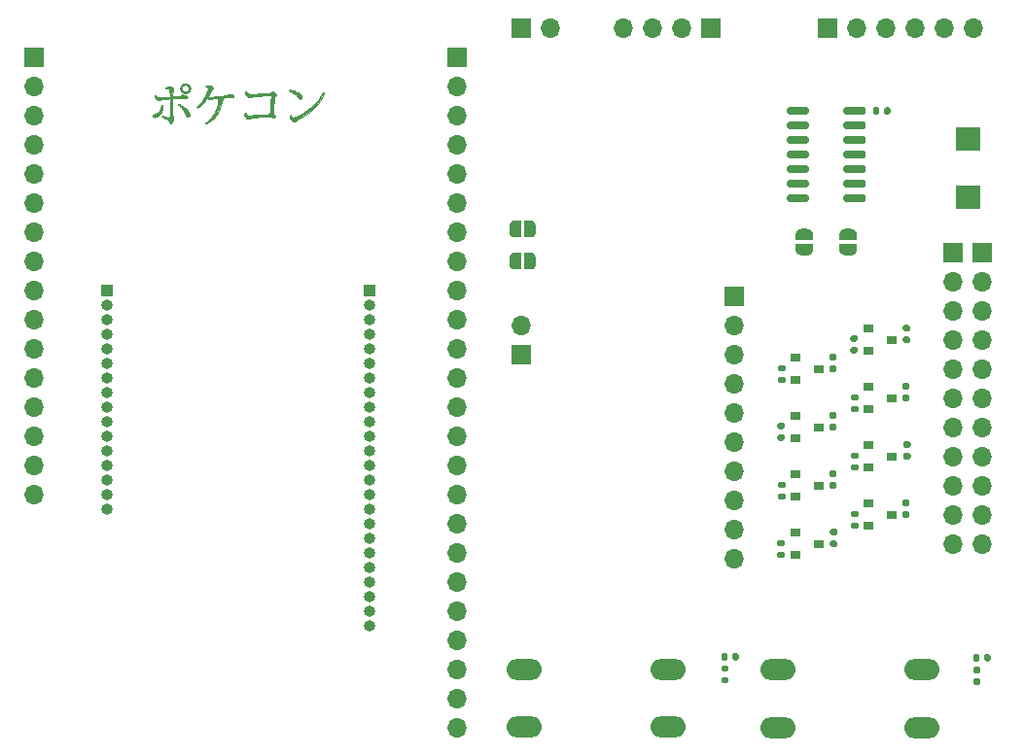
<source format=gbr>
%TF.GenerationSoftware,KiCad,Pcbnew,(5.1.8)-1*%
%TF.CreationDate,2020-11-23T02:20:36+03:00*%
%TF.ProjectId,morphesp240_g850_interface,6d6f7270-6865-4737-9032-34305f673835,1.0*%
%TF.SameCoordinates,Original*%
%TF.FileFunction,Soldermask,Top*%
%TF.FilePolarity,Negative*%
%FSLAX46Y46*%
G04 Gerber Fmt 4.6, Leading zero omitted, Abs format (unit mm)*
G04 Created by KiCad (PCBNEW (5.1.8)-1) date 2020-11-23 02:20:36*
%MOMM*%
%LPD*%
G01*
G04 APERTURE LIST*
%ADD10C,0.010000*%
%ADD11C,0.100000*%
%ADD12O,3.048000X1.850000*%
%ADD13R,0.900000X0.800000*%
%ADD14O,1.700000X1.700000*%
%ADD15R,1.700000X1.700000*%
%ADD16O,1.000000X1.000000*%
%ADD17R,1.000000X1.000000*%
G04 APERTURE END LIST*
D10*
%TO.C,G\u002A\u002A\u002A*%
G36*
X91961027Y-64532998D02*
G01*
X92048785Y-64556516D01*
X92128012Y-64597533D01*
X92196763Y-64654471D01*
X92253090Y-64725747D01*
X92295048Y-64809781D01*
X92319085Y-64895926D01*
X92323988Y-64977425D01*
X92310568Y-65060984D01*
X92280761Y-65142508D01*
X92236505Y-65217902D01*
X92179737Y-65283069D01*
X92112394Y-65333916D01*
X92111727Y-65334306D01*
X92029899Y-65370498D01*
X91940096Y-65389773D01*
X91847825Y-65391540D01*
X91758596Y-65375209D01*
X91751249Y-65372942D01*
X91666721Y-65335510D01*
X91593469Y-65282219D01*
X91533342Y-65215772D01*
X91488190Y-65138871D01*
X91459864Y-65054220D01*
X91450213Y-64964521D01*
X91450510Y-64957069D01*
X91586111Y-64957069D01*
X91590799Y-65025400D01*
X91606399Y-65081778D01*
X91635217Y-65133600D01*
X91645528Y-65147724D01*
X91697377Y-65199047D01*
X91761117Y-65235791D01*
X91832388Y-65256957D01*
X91906833Y-65261544D01*
X91980091Y-65248551D01*
X92018708Y-65233353D01*
X92083801Y-65191462D01*
X92133297Y-65138230D01*
X92167203Y-65076630D01*
X92185527Y-65009635D01*
X92188277Y-64940219D01*
X92175461Y-64871353D01*
X92147086Y-64806012D01*
X92103160Y-64747168D01*
X92043691Y-64697793D01*
X92017280Y-64682271D01*
X91967838Y-64665088D01*
X91907646Y-64657380D01*
X91844890Y-64659146D01*
X91787754Y-64670386D01*
X91758456Y-64682264D01*
X91687565Y-64729226D01*
X91635713Y-64785171D01*
X91602428Y-64850851D01*
X91587240Y-64927018D01*
X91586111Y-64957069D01*
X91450510Y-64957069D01*
X91451400Y-64934812D01*
X91462824Y-64853739D01*
X91485309Y-64785450D01*
X91521791Y-64723597D01*
X91575205Y-64661832D01*
X91579812Y-64657189D01*
X91640581Y-64603069D01*
X91700134Y-64565811D01*
X91764861Y-64542552D01*
X91841151Y-64530425D01*
X91866686Y-64528562D01*
X91961027Y-64532998D01*
G37*
X91961027Y-64532998D02*
X92048785Y-64556516D01*
X92128012Y-64597533D01*
X92196763Y-64654471D01*
X92253090Y-64725747D01*
X92295048Y-64809781D01*
X92319085Y-64895926D01*
X92323988Y-64977425D01*
X92310568Y-65060984D01*
X92280761Y-65142508D01*
X92236505Y-65217902D01*
X92179737Y-65283069D01*
X92112394Y-65333916D01*
X92111727Y-65334306D01*
X92029899Y-65370498D01*
X91940096Y-65389773D01*
X91847825Y-65391540D01*
X91758596Y-65375209D01*
X91751249Y-65372942D01*
X91666721Y-65335510D01*
X91593469Y-65282219D01*
X91533342Y-65215772D01*
X91488190Y-65138871D01*
X91459864Y-65054220D01*
X91450213Y-64964521D01*
X91450510Y-64957069D01*
X91586111Y-64957069D01*
X91590799Y-65025400D01*
X91606399Y-65081778D01*
X91635217Y-65133600D01*
X91645528Y-65147724D01*
X91697377Y-65199047D01*
X91761117Y-65235791D01*
X91832388Y-65256957D01*
X91906833Y-65261544D01*
X91980091Y-65248551D01*
X92018708Y-65233353D01*
X92083801Y-65191462D01*
X92133297Y-65138230D01*
X92167203Y-65076630D01*
X92185527Y-65009635D01*
X92188277Y-64940219D01*
X92175461Y-64871353D01*
X92147086Y-64806012D01*
X92103160Y-64747168D01*
X92043691Y-64697793D01*
X92017280Y-64682271D01*
X91967838Y-64665088D01*
X91907646Y-64657380D01*
X91844890Y-64659146D01*
X91787754Y-64670386D01*
X91758456Y-64682264D01*
X91687565Y-64729226D01*
X91635713Y-64785171D01*
X91602428Y-64850851D01*
X91587240Y-64927018D01*
X91586111Y-64957069D01*
X91450510Y-64957069D01*
X91451400Y-64934812D01*
X91462824Y-64853739D01*
X91485309Y-64785450D01*
X91521791Y-64723597D01*
X91575205Y-64661832D01*
X91579812Y-64657189D01*
X91640581Y-64603069D01*
X91700134Y-64565811D01*
X91764861Y-64542552D01*
X91841151Y-64530425D01*
X91866686Y-64528562D01*
X91961027Y-64532998D01*
G36*
X101043605Y-65103577D02*
G01*
X101070437Y-65108260D01*
X101217744Y-65139409D01*
X101360113Y-65178622D01*
X101495103Y-65224821D01*
X101620273Y-65276923D01*
X101733184Y-65333850D01*
X101831395Y-65394521D01*
X101912465Y-65457855D01*
X101954566Y-65499663D01*
X102001479Y-65558314D01*
X102031756Y-65613405D01*
X102047811Y-65670622D01*
X102052097Y-65729350D01*
X102051145Y-65771153D01*
X102047165Y-65798481D01*
X102038474Y-65817993D01*
X102025627Y-65833945D01*
X101993187Y-65860838D01*
X101954541Y-65881364D01*
X101918594Y-65891025D01*
X101912149Y-65891251D01*
X101889249Y-65886814D01*
X101861517Y-65876961D01*
X101821599Y-65854106D01*
X101779883Y-65818747D01*
X101733717Y-65768398D01*
X101697717Y-65723404D01*
X101589922Y-65599048D01*
X101464732Y-65482955D01*
X101325052Y-65377359D01*
X101173787Y-65284493D01*
X101040967Y-65218435D01*
X100995743Y-65197801D01*
X100966660Y-65182842D01*
X100950331Y-65171041D01*
X100943371Y-65159879D01*
X100942393Y-65146839D01*
X100942504Y-65145204D01*
X100945973Y-65120396D01*
X100954277Y-65104851D01*
X100970957Y-65097548D01*
X100999553Y-65097464D01*
X101043605Y-65103577D01*
G37*
X101043605Y-65103577D02*
X101070437Y-65108260D01*
X101217744Y-65139409D01*
X101360113Y-65178622D01*
X101495103Y-65224821D01*
X101620273Y-65276923D01*
X101733184Y-65333850D01*
X101831395Y-65394521D01*
X101912465Y-65457855D01*
X101954566Y-65499663D01*
X102001479Y-65558314D01*
X102031756Y-65613405D01*
X102047811Y-65670622D01*
X102052097Y-65729350D01*
X102051145Y-65771153D01*
X102047165Y-65798481D01*
X102038474Y-65817993D01*
X102025627Y-65833945D01*
X101993187Y-65860838D01*
X101954541Y-65881364D01*
X101918594Y-65891025D01*
X101912149Y-65891251D01*
X101889249Y-65886814D01*
X101861517Y-65876961D01*
X101821599Y-65854106D01*
X101779883Y-65818747D01*
X101733717Y-65768398D01*
X101697717Y-65723404D01*
X101589922Y-65599048D01*
X101464732Y-65482955D01*
X101325052Y-65377359D01*
X101173787Y-65284493D01*
X101040967Y-65218435D01*
X100995743Y-65197801D01*
X100966660Y-65182842D01*
X100950331Y-65171041D01*
X100943371Y-65159879D01*
X100942393Y-65146839D01*
X100942504Y-65145204D01*
X100945973Y-65120396D01*
X100954277Y-65104851D01*
X100970957Y-65097548D01*
X100999553Y-65097464D01*
X101043605Y-65103577D01*
G36*
X91454173Y-66369250D02*
G01*
X91605979Y-66460050D01*
X91742574Y-66556154D01*
X91869909Y-66662120D01*
X91993935Y-66782507D01*
X91994516Y-66783111D01*
X92087084Y-66887840D01*
X92159076Y-66988385D01*
X92210622Y-67084990D01*
X92241850Y-67177902D01*
X92252893Y-67267365D01*
X92252915Y-67270505D01*
X92247768Y-67337889D01*
X92232426Y-67391547D01*
X92207727Y-67429219D01*
X92188826Y-67443177D01*
X92145287Y-67455983D01*
X92096144Y-67456091D01*
X92052338Y-67443581D01*
X92049683Y-67442196D01*
X92024704Y-67421940D01*
X91999197Y-67387141D01*
X91972066Y-67335921D01*
X91942213Y-67266399D01*
X91932251Y-67240881D01*
X91864227Y-67086320D01*
X91780181Y-66937156D01*
X91678001Y-66789776D01*
X91639341Y-66740166D01*
X91588250Y-66679674D01*
X91529876Y-66616047D01*
X91468457Y-66553500D01*
X91408235Y-66496244D01*
X91353450Y-66448492D01*
X91318770Y-66421658D01*
X91291761Y-66401289D01*
X91273506Y-66385497D01*
X91268478Y-66378984D01*
X91275427Y-66368236D01*
X91292998Y-66348804D01*
X91303298Y-66338520D01*
X91338117Y-66304772D01*
X91454173Y-66369250D01*
G37*
X91454173Y-66369250D02*
X91605979Y-66460050D01*
X91742574Y-66556154D01*
X91869909Y-66662120D01*
X91993935Y-66782507D01*
X91994516Y-66783111D01*
X92087084Y-66887840D01*
X92159076Y-66988385D01*
X92210622Y-67084990D01*
X92241850Y-67177902D01*
X92252893Y-67267365D01*
X92252915Y-67270505D01*
X92247768Y-67337889D01*
X92232426Y-67391547D01*
X92207727Y-67429219D01*
X92188826Y-67443177D01*
X92145287Y-67455983D01*
X92096144Y-67456091D01*
X92052338Y-67443581D01*
X92049683Y-67442196D01*
X92024704Y-67421940D01*
X91999197Y-67387141D01*
X91972066Y-67335921D01*
X91942213Y-67266399D01*
X91932251Y-67240881D01*
X91864227Y-67086320D01*
X91780181Y-66937156D01*
X91678001Y-66789776D01*
X91639341Y-66740166D01*
X91588250Y-66679674D01*
X91529876Y-66616047D01*
X91468457Y-66553500D01*
X91408235Y-66496244D01*
X91353450Y-66448492D01*
X91318770Y-66421658D01*
X91291761Y-66401289D01*
X91273506Y-66385497D01*
X91268478Y-66378984D01*
X91275427Y-66368236D01*
X91292998Y-66348804D01*
X91303298Y-66338520D01*
X91338117Y-66304772D01*
X91454173Y-66369250D01*
G36*
X89913247Y-66498092D02*
G01*
X89905810Y-66663848D01*
X89883348Y-66814968D01*
X89845631Y-66951963D01*
X89792431Y-67075346D01*
X89723519Y-67185628D01*
X89638665Y-67283320D01*
X89537643Y-67368935D01*
X89517417Y-67383314D01*
X89444803Y-67425612D01*
X89368345Y-67456022D01*
X89292632Y-67473417D01*
X89222251Y-67476671D01*
X89172105Y-67468107D01*
X89138443Y-67452728D01*
X89106849Y-67430428D01*
X89104968Y-67428702D01*
X89086807Y-67408988D01*
X89078985Y-67389480D01*
X89078688Y-67361170D01*
X89079786Y-67348110D01*
X89091350Y-67302147D01*
X89117894Y-67265750D01*
X89161669Y-67236525D01*
X89199801Y-67220467D01*
X89329579Y-67165335D01*
X89441730Y-67099545D01*
X89537606Y-67021836D01*
X89618555Y-66930948D01*
X89685927Y-66825622D01*
X89734584Y-66721168D01*
X89752140Y-66671695D01*
X89769460Y-66613183D01*
X89785075Y-66551757D01*
X89797516Y-66493540D01*
X89805314Y-66444654D01*
X89807231Y-66418406D01*
X89808720Y-66401155D01*
X89816613Y-66392551D01*
X89836374Y-66389599D01*
X89860308Y-66389290D01*
X89913247Y-66389290D01*
X89913247Y-66498092D01*
G37*
X89913247Y-66498092D02*
X89905810Y-66663848D01*
X89883348Y-66814968D01*
X89845631Y-66951963D01*
X89792431Y-67075346D01*
X89723519Y-67185628D01*
X89638665Y-67283320D01*
X89537643Y-67368935D01*
X89517417Y-67383314D01*
X89444803Y-67425612D01*
X89368345Y-67456022D01*
X89292632Y-67473417D01*
X89222251Y-67476671D01*
X89172105Y-67468107D01*
X89138443Y-67452728D01*
X89106849Y-67430428D01*
X89104968Y-67428702D01*
X89086807Y-67408988D01*
X89078985Y-67389480D01*
X89078688Y-67361170D01*
X89079786Y-67348110D01*
X89091350Y-67302147D01*
X89117894Y-67265750D01*
X89161669Y-67236525D01*
X89199801Y-67220467D01*
X89329579Y-67165335D01*
X89441730Y-67099545D01*
X89537606Y-67021836D01*
X89618555Y-66930948D01*
X89685927Y-66825622D01*
X89734584Y-66721168D01*
X89752140Y-66671695D01*
X89769460Y-66613183D01*
X89785075Y-66551757D01*
X89797516Y-66493540D01*
X89805314Y-66444654D01*
X89807231Y-66418406D01*
X89808720Y-66401155D01*
X89816613Y-66392551D01*
X89836374Y-66389599D01*
X89860308Y-66389290D01*
X89913247Y-66389290D01*
X89913247Y-66498092D01*
G36*
X97173539Y-65233440D02*
G01*
X97186333Y-65254749D01*
X97186861Y-65255997D01*
X97205681Y-65285935D01*
X97237371Y-65321322D01*
X97276459Y-65357023D01*
X97317475Y-65387901D01*
X97344355Y-65403870D01*
X97375989Y-65419128D01*
X97406583Y-65431363D01*
X97438816Y-65440843D01*
X97475366Y-65447834D01*
X97518910Y-65452604D01*
X97572127Y-65455421D01*
X97637695Y-65456552D01*
X97718291Y-65456263D01*
X97816593Y-65454824D01*
X97848762Y-65454229D01*
X98072593Y-65448341D01*
X98310828Y-65439057D01*
X98557025Y-65426699D01*
X98804741Y-65411589D01*
X99040736Y-65394582D01*
X99127515Y-65387534D01*
X99196231Y-65380981D01*
X99249962Y-65374171D01*
X99291784Y-65366349D01*
X99324773Y-65356765D01*
X99352005Y-65344665D01*
X99376559Y-65329296D01*
X99401509Y-65309907D01*
X99407568Y-65304850D01*
X99446183Y-65276514D01*
X99479483Y-65264272D01*
X99514599Y-65267088D01*
X99556937Y-65283133D01*
X99609466Y-65311046D01*
X99662553Y-65345994D01*
X99712968Y-65385069D01*
X99757481Y-65425368D01*
X99792864Y-65463984D01*
X99815888Y-65498013D01*
X99823376Y-65522839D01*
X99813239Y-65557806D01*
X99784599Y-65588964D01*
X99745472Y-65611145D01*
X99706611Y-65633778D01*
X99681234Y-65666056D01*
X99665330Y-65711674D01*
X99661951Y-65732171D01*
X99656947Y-65771318D01*
X99650578Y-65826675D01*
X99643106Y-65895799D01*
X99634789Y-65976250D01*
X99625887Y-66065588D01*
X99616662Y-66161370D01*
X99611175Y-66219886D01*
X99597584Y-66365453D01*
X99585564Y-66492134D01*
X99574881Y-66602142D01*
X99565298Y-66697687D01*
X99556582Y-66780984D01*
X99548496Y-66854243D01*
X99540806Y-66919677D01*
X99533277Y-66979499D01*
X99525673Y-67035920D01*
X99520764Y-67070542D01*
X99514370Y-67117124D01*
X99509769Y-67155201D01*
X99507449Y-67180391D01*
X99507615Y-67188380D01*
X99518162Y-67194377D01*
X99542045Y-67206851D01*
X99567579Y-67219816D01*
X99623415Y-67253397D01*
X99671827Y-67293018D01*
X99708568Y-67334619D01*
X99729390Y-67374135D01*
X99729590Y-67374792D01*
X99735174Y-67414740D01*
X99723842Y-67444605D01*
X99694382Y-67465977D01*
X99649651Y-67479626D01*
X99624653Y-67484309D01*
X99601896Y-67486693D01*
X99577277Y-67486395D01*
X99546690Y-67483032D01*
X99506033Y-67476222D01*
X99451200Y-67465583D01*
X99410454Y-67457337D01*
X99327786Y-67444529D01*
X99226016Y-67435651D01*
X99106846Y-67430693D01*
X98971980Y-67429644D01*
X98823120Y-67432491D01*
X98661970Y-67439223D01*
X98490232Y-67449829D01*
X98309610Y-67464297D01*
X98304035Y-67464794D01*
X98126238Y-67482101D01*
X97969399Y-67500360D01*
X97833551Y-67519566D01*
X97718730Y-67539712D01*
X97624972Y-67560793D01*
X97552313Y-67582802D01*
X97517867Y-67596915D01*
X97445790Y-67622214D01*
X97377864Y-67627550D01*
X97311387Y-67612995D01*
X97287611Y-67603051D01*
X97226767Y-67566373D01*
X97167180Y-67515852D01*
X97112979Y-67456299D01*
X97068293Y-67392529D01*
X97037250Y-67329353D01*
X97028490Y-67300995D01*
X97021784Y-67263985D01*
X97022762Y-67231821D01*
X97031866Y-67192756D01*
X97032678Y-67189943D01*
X97046607Y-67153204D01*
X97065485Y-67117424D01*
X97085870Y-67087902D01*
X97104318Y-67069940D01*
X97112612Y-67066906D01*
X97121289Y-67075666D01*
X97135491Y-67098477D01*
X97149915Y-67125972D01*
X97192248Y-67195042D01*
X97244545Y-67247317D01*
X97309352Y-67284631D01*
X97389214Y-67308817D01*
X97408975Y-67312545D01*
X97424953Y-67314797D01*
X97444268Y-67316439D01*
X97468380Y-67317414D01*
X97498750Y-67317661D01*
X97536837Y-67317122D01*
X97584103Y-67315739D01*
X97642006Y-67313452D01*
X97712008Y-67310202D01*
X97795569Y-67305932D01*
X97894149Y-67300581D01*
X98009208Y-67294092D01*
X98142206Y-67286406D01*
X98294604Y-67277462D01*
X98325463Y-67275641D01*
X98494934Y-67265520D01*
X98644066Y-67256376D01*
X98773670Y-67248150D01*
X98884556Y-67240782D01*
X98977536Y-67234212D01*
X99053421Y-67228380D01*
X99113021Y-67223226D01*
X99157148Y-67218691D01*
X99186613Y-67214714D01*
X99202226Y-67211236D01*
X99203049Y-67210917D01*
X99232292Y-67192077D01*
X99244986Y-67165824D01*
X99250199Y-67132656D01*
X99256479Y-67080651D01*
X99263644Y-67012108D01*
X99271515Y-66929328D01*
X99279912Y-66834611D01*
X99288653Y-66730260D01*
X99297560Y-66618573D01*
X99306450Y-66501852D01*
X99315144Y-66382397D01*
X99323462Y-66262509D01*
X99331223Y-66144489D01*
X99338247Y-66030637D01*
X99344353Y-65923254D01*
X99348130Y-65850228D01*
X99360837Y-65591741D01*
X99335810Y-65571475D01*
X99321260Y-65561814D01*
X99303756Y-65556426D01*
X99278065Y-65554707D01*
X99238952Y-65556054D01*
X99215038Y-65557534D01*
X98992682Y-65572509D01*
X98790485Y-65586755D01*
X98607444Y-65600379D01*
X98442560Y-65613488D01*
X98294830Y-65626186D01*
X98163254Y-65638580D01*
X98046831Y-65650776D01*
X97944559Y-65662880D01*
X97855437Y-65674998D01*
X97778466Y-65687237D01*
X97712642Y-65699701D01*
X97656966Y-65712498D01*
X97610436Y-65725733D01*
X97602439Y-65728342D01*
X97554614Y-65743407D01*
X97511389Y-65755414D01*
X97478415Y-65762881D01*
X97464230Y-65764613D01*
X97419470Y-65755648D01*
X97368403Y-65730867D01*
X97314093Y-65693445D01*
X97259607Y-65646554D01*
X97208009Y-65593366D01*
X97162365Y-65537056D01*
X97125741Y-65480795D01*
X97101203Y-65427757D01*
X97091814Y-65381115D01*
X97091797Y-65379116D01*
X97096228Y-65333593D01*
X97107898Y-65290528D01*
X97124621Y-65254811D01*
X97144208Y-65231331D01*
X97160915Y-65224638D01*
X97173539Y-65233440D01*
G37*
X97173539Y-65233440D02*
X97186333Y-65254749D01*
X97186861Y-65255997D01*
X97205681Y-65285935D01*
X97237371Y-65321322D01*
X97276459Y-65357023D01*
X97317475Y-65387901D01*
X97344355Y-65403870D01*
X97375989Y-65419128D01*
X97406583Y-65431363D01*
X97438816Y-65440843D01*
X97475366Y-65447834D01*
X97518910Y-65452604D01*
X97572127Y-65455421D01*
X97637695Y-65456552D01*
X97718291Y-65456263D01*
X97816593Y-65454824D01*
X97848762Y-65454229D01*
X98072593Y-65448341D01*
X98310828Y-65439057D01*
X98557025Y-65426699D01*
X98804741Y-65411589D01*
X99040736Y-65394582D01*
X99127515Y-65387534D01*
X99196231Y-65380981D01*
X99249962Y-65374171D01*
X99291784Y-65366349D01*
X99324773Y-65356765D01*
X99352005Y-65344665D01*
X99376559Y-65329296D01*
X99401509Y-65309907D01*
X99407568Y-65304850D01*
X99446183Y-65276514D01*
X99479483Y-65264272D01*
X99514599Y-65267088D01*
X99556937Y-65283133D01*
X99609466Y-65311046D01*
X99662553Y-65345994D01*
X99712968Y-65385069D01*
X99757481Y-65425368D01*
X99792864Y-65463984D01*
X99815888Y-65498013D01*
X99823376Y-65522839D01*
X99813239Y-65557806D01*
X99784599Y-65588964D01*
X99745472Y-65611145D01*
X99706611Y-65633778D01*
X99681234Y-65666056D01*
X99665330Y-65711674D01*
X99661951Y-65732171D01*
X99656947Y-65771318D01*
X99650578Y-65826675D01*
X99643106Y-65895799D01*
X99634789Y-65976250D01*
X99625887Y-66065588D01*
X99616662Y-66161370D01*
X99611175Y-66219886D01*
X99597584Y-66365453D01*
X99585564Y-66492134D01*
X99574881Y-66602142D01*
X99565298Y-66697687D01*
X99556582Y-66780984D01*
X99548496Y-66854243D01*
X99540806Y-66919677D01*
X99533277Y-66979499D01*
X99525673Y-67035920D01*
X99520764Y-67070542D01*
X99514370Y-67117124D01*
X99509769Y-67155201D01*
X99507449Y-67180391D01*
X99507615Y-67188380D01*
X99518162Y-67194377D01*
X99542045Y-67206851D01*
X99567579Y-67219816D01*
X99623415Y-67253397D01*
X99671827Y-67293018D01*
X99708568Y-67334619D01*
X99729390Y-67374135D01*
X99729590Y-67374792D01*
X99735174Y-67414740D01*
X99723842Y-67444605D01*
X99694382Y-67465977D01*
X99649651Y-67479626D01*
X99624653Y-67484309D01*
X99601896Y-67486693D01*
X99577277Y-67486395D01*
X99546690Y-67483032D01*
X99506033Y-67476222D01*
X99451200Y-67465583D01*
X99410454Y-67457337D01*
X99327786Y-67444529D01*
X99226016Y-67435651D01*
X99106846Y-67430693D01*
X98971980Y-67429644D01*
X98823120Y-67432491D01*
X98661970Y-67439223D01*
X98490232Y-67449829D01*
X98309610Y-67464297D01*
X98304035Y-67464794D01*
X98126238Y-67482101D01*
X97969399Y-67500360D01*
X97833551Y-67519566D01*
X97718730Y-67539712D01*
X97624972Y-67560793D01*
X97552313Y-67582802D01*
X97517867Y-67596915D01*
X97445790Y-67622214D01*
X97377864Y-67627550D01*
X97311387Y-67612995D01*
X97287611Y-67603051D01*
X97226767Y-67566373D01*
X97167180Y-67515852D01*
X97112979Y-67456299D01*
X97068293Y-67392529D01*
X97037250Y-67329353D01*
X97028490Y-67300995D01*
X97021784Y-67263985D01*
X97022762Y-67231821D01*
X97031866Y-67192756D01*
X97032678Y-67189943D01*
X97046607Y-67153204D01*
X97065485Y-67117424D01*
X97085870Y-67087902D01*
X97104318Y-67069940D01*
X97112612Y-67066906D01*
X97121289Y-67075666D01*
X97135491Y-67098477D01*
X97149915Y-67125972D01*
X97192248Y-67195042D01*
X97244545Y-67247317D01*
X97309352Y-67284631D01*
X97389214Y-67308817D01*
X97408975Y-67312545D01*
X97424953Y-67314797D01*
X97444268Y-67316439D01*
X97468380Y-67317414D01*
X97498750Y-67317661D01*
X97536837Y-67317122D01*
X97584103Y-67315739D01*
X97642006Y-67313452D01*
X97712008Y-67310202D01*
X97795569Y-67305932D01*
X97894149Y-67300581D01*
X98009208Y-67294092D01*
X98142206Y-67286406D01*
X98294604Y-67277462D01*
X98325463Y-67275641D01*
X98494934Y-67265520D01*
X98644066Y-67256376D01*
X98773670Y-67248150D01*
X98884556Y-67240782D01*
X98977536Y-67234212D01*
X99053421Y-67228380D01*
X99113021Y-67223226D01*
X99157148Y-67218691D01*
X99186613Y-67214714D01*
X99202226Y-67211236D01*
X99203049Y-67210917D01*
X99232292Y-67192077D01*
X99244986Y-67165824D01*
X99250199Y-67132656D01*
X99256479Y-67080651D01*
X99263644Y-67012108D01*
X99271515Y-66929328D01*
X99279912Y-66834611D01*
X99288653Y-66730260D01*
X99297560Y-66618573D01*
X99306450Y-66501852D01*
X99315144Y-66382397D01*
X99323462Y-66262509D01*
X99331223Y-66144489D01*
X99338247Y-66030637D01*
X99344353Y-65923254D01*
X99348130Y-65850228D01*
X99360837Y-65591741D01*
X99335810Y-65571475D01*
X99321260Y-65561814D01*
X99303756Y-65556426D01*
X99278065Y-65554707D01*
X99238952Y-65556054D01*
X99215038Y-65557534D01*
X98992682Y-65572509D01*
X98790485Y-65586755D01*
X98607444Y-65600379D01*
X98442560Y-65613488D01*
X98294830Y-65626186D01*
X98163254Y-65638580D01*
X98046831Y-65650776D01*
X97944559Y-65662880D01*
X97855437Y-65674998D01*
X97778466Y-65687237D01*
X97712642Y-65699701D01*
X97656966Y-65712498D01*
X97610436Y-65725733D01*
X97602439Y-65728342D01*
X97554614Y-65743407D01*
X97511389Y-65755414D01*
X97478415Y-65762881D01*
X97464230Y-65764613D01*
X97419470Y-65755648D01*
X97368403Y-65730867D01*
X97314093Y-65693445D01*
X97259607Y-65646554D01*
X97208009Y-65593366D01*
X97162365Y-65537056D01*
X97125741Y-65480795D01*
X97101203Y-65427757D01*
X97091814Y-65381115D01*
X97091797Y-65379116D01*
X97096228Y-65333593D01*
X97107898Y-65290528D01*
X97124621Y-65254811D01*
X97144208Y-65231331D01*
X97160915Y-65224638D01*
X97173539Y-65233440D01*
G36*
X103939995Y-65358198D02*
G01*
X103965710Y-65374559D01*
X103981722Y-65386721D01*
X103984360Y-65390160D01*
X103979860Y-65401027D01*
X103967431Y-65427468D01*
X103948683Y-65466147D01*
X103925225Y-65513731D01*
X103909279Y-65545729D01*
X103763891Y-65812777D01*
X103600679Y-66068614D01*
X103419992Y-66312900D01*
X103222177Y-66545296D01*
X103007581Y-66765464D01*
X102776551Y-66973064D01*
X102529436Y-67167758D01*
X102266583Y-67349206D01*
X101988339Y-67517070D01*
X101766257Y-67635625D01*
X101694697Y-67672529D01*
X101638928Y-67703177D01*
X101595349Y-67729808D01*
X101560354Y-67754665D01*
X101530340Y-67779989D01*
X101522738Y-67787088D01*
X101479176Y-67826988D01*
X101445452Y-67852928D01*
X101417290Y-67866734D01*
X101390414Y-67870231D01*
X101360546Y-67865242D01*
X101348012Y-67861652D01*
X101282037Y-67833630D01*
X101212015Y-67789847D01*
X101143139Y-67733597D01*
X101136988Y-67727860D01*
X101066610Y-67653306D01*
X101015798Y-67581183D01*
X100984707Y-67512090D01*
X100973496Y-67446626D01*
X100982320Y-67385389D01*
X101011338Y-67328979D01*
X101027306Y-67309360D01*
X101065445Y-67267145D01*
X101095685Y-67330151D01*
X101137698Y-67397962D01*
X101189590Y-67447613D01*
X101250598Y-67478574D01*
X101319958Y-67490318D01*
X101327258Y-67490415D01*
X101380582Y-67484314D01*
X101449000Y-67466646D01*
X101530524Y-67438360D01*
X101623169Y-67400408D01*
X101724949Y-67353741D01*
X101833879Y-67299309D01*
X101947971Y-67238064D01*
X102065240Y-67170956D01*
X102183701Y-67098936D01*
X102295615Y-67026779D01*
X102463340Y-66910795D01*
X102623249Y-66790252D01*
X102779487Y-66661714D01*
X102936198Y-66521747D01*
X103097525Y-66366913D01*
X103127417Y-66337156D01*
X103272907Y-66187022D01*
X103402739Y-66042899D01*
X103519973Y-65900900D01*
X103627670Y-65757138D01*
X103728891Y-65607726D01*
X103825835Y-65450241D01*
X103895630Y-65331742D01*
X103939995Y-65358198D01*
G37*
X103939995Y-65358198D02*
X103965710Y-65374559D01*
X103981722Y-65386721D01*
X103984360Y-65390160D01*
X103979860Y-65401027D01*
X103967431Y-65427468D01*
X103948683Y-65466147D01*
X103925225Y-65513731D01*
X103909279Y-65545729D01*
X103763891Y-65812777D01*
X103600679Y-66068614D01*
X103419992Y-66312900D01*
X103222177Y-66545296D01*
X103007581Y-66765464D01*
X102776551Y-66973064D01*
X102529436Y-67167758D01*
X102266583Y-67349206D01*
X101988339Y-67517070D01*
X101766257Y-67635625D01*
X101694697Y-67672529D01*
X101638928Y-67703177D01*
X101595349Y-67729808D01*
X101560354Y-67754665D01*
X101530340Y-67779989D01*
X101522738Y-67787088D01*
X101479176Y-67826988D01*
X101445452Y-67852928D01*
X101417290Y-67866734D01*
X101390414Y-67870231D01*
X101360546Y-67865242D01*
X101348012Y-67861652D01*
X101282037Y-67833630D01*
X101212015Y-67789847D01*
X101143139Y-67733597D01*
X101136988Y-67727860D01*
X101066610Y-67653306D01*
X101015798Y-67581183D01*
X100984707Y-67512090D01*
X100973496Y-67446626D01*
X100982320Y-67385389D01*
X101011338Y-67328979D01*
X101027306Y-67309360D01*
X101065445Y-67267145D01*
X101095685Y-67330151D01*
X101137698Y-67397962D01*
X101189590Y-67447613D01*
X101250598Y-67478574D01*
X101319958Y-67490318D01*
X101327258Y-67490415D01*
X101380582Y-67484314D01*
X101449000Y-67466646D01*
X101530524Y-67438360D01*
X101623169Y-67400408D01*
X101724949Y-67353741D01*
X101833879Y-67299309D01*
X101947971Y-67238064D01*
X102065240Y-67170956D01*
X102183701Y-67098936D01*
X102295615Y-67026779D01*
X102463340Y-66910795D01*
X102623249Y-66790252D01*
X102779487Y-66661714D01*
X102936198Y-66521747D01*
X103097525Y-66366913D01*
X103127417Y-66337156D01*
X103272907Y-66187022D01*
X103402739Y-66042899D01*
X103519973Y-65900900D01*
X103627670Y-65757138D01*
X103728891Y-65607726D01*
X103825835Y-65450241D01*
X103895630Y-65331742D01*
X103939995Y-65358198D01*
G36*
X90504239Y-64805249D02*
G01*
X90582909Y-64820883D01*
X90659897Y-64844883D01*
X90730518Y-64876204D01*
X90790086Y-64913800D01*
X90811462Y-64931942D01*
X90850288Y-64974532D01*
X90870912Y-65014498D01*
X90873902Y-65056238D01*
X90859828Y-65104147D01*
X90839103Y-65145549D01*
X90801474Y-65212836D01*
X90789921Y-65446601D01*
X90786749Y-65514595D01*
X90784284Y-65575110D01*
X90782623Y-65625078D01*
X90781860Y-65661431D01*
X90782092Y-65681102D01*
X90782552Y-65683699D01*
X90794271Y-65684168D01*
X90823764Y-65682996D01*
X90867714Y-65680441D01*
X90922804Y-65676763D01*
X90985718Y-65672219D01*
X91053138Y-65667069D01*
X91121749Y-65661570D01*
X91188233Y-65655983D01*
X91249274Y-65650564D01*
X91301555Y-65645574D01*
X91341761Y-65641270D01*
X91363768Y-65638375D01*
X91446649Y-65622075D01*
X91511424Y-65601759D01*
X91560956Y-65576385D01*
X91585378Y-65557554D01*
X91609151Y-65538271D01*
X91632047Y-65526701D01*
X91658540Y-65522603D01*
X91693104Y-65525734D01*
X91740213Y-65535853D01*
X91782696Y-65546868D01*
X91873770Y-65574979D01*
X91950676Y-65606260D01*
X92012501Y-65639784D01*
X92058334Y-65674624D01*
X92087262Y-65709851D01*
X92098373Y-65744540D01*
X92090755Y-65777762D01*
X92063496Y-65808591D01*
X92049691Y-65818300D01*
X92033492Y-65827487D01*
X92016509Y-65833392D01*
X91994280Y-65836435D01*
X91962342Y-65837041D01*
X91916232Y-65835631D01*
X91882568Y-65834119D01*
X91814608Y-65830536D01*
X91738053Y-65825908D01*
X91664153Y-65820938D01*
X91623168Y-65817881D01*
X91577849Y-65815653D01*
X91515292Y-65814485D01*
X91439404Y-65814293D01*
X91354092Y-65814991D01*
X91263262Y-65816495D01*
X91170821Y-65818722D01*
X91080676Y-65821585D01*
X90996733Y-65825002D01*
X90922899Y-65828887D01*
X90863081Y-65833156D01*
X90846745Y-65834668D01*
X90779701Y-65841380D01*
X90784670Y-66626194D01*
X90785705Y-66779785D01*
X90786760Y-66913727D01*
X90787872Y-67029544D01*
X90789078Y-67128762D01*
X90790416Y-67212906D01*
X90791924Y-67283502D01*
X90793640Y-67342075D01*
X90795600Y-67390151D01*
X90797843Y-67429255D01*
X90800406Y-67460913D01*
X90803326Y-67486650D01*
X90806341Y-67506297D01*
X90817993Y-67584410D01*
X90822365Y-67648383D01*
X90819385Y-67703986D01*
X90808977Y-67756991D01*
X90802871Y-67778265D01*
X90773173Y-67852381D01*
X90734585Y-67914060D01*
X90689532Y-67959739D01*
X90670840Y-67972384D01*
X90624568Y-67993479D01*
X90586264Y-67996542D01*
X90552677Y-67981498D01*
X90538812Y-67969381D01*
X90519117Y-67943264D01*
X90498647Y-67906200D01*
X90485953Y-67876738D01*
X90465373Y-67830171D01*
X90439520Y-67791245D01*
X90403843Y-67754385D01*
X90353792Y-67714018D01*
X90352116Y-67712766D01*
X90307319Y-67681917D01*
X90248269Y-67645006D01*
X90179928Y-67604871D01*
X90107260Y-67564347D01*
X90035225Y-67526271D01*
X89968788Y-67493480D01*
X89967180Y-67492724D01*
X89925201Y-67472901D01*
X89890996Y-67456558D01*
X89868690Y-67445676D01*
X89862221Y-67442271D01*
X89861393Y-67430396D01*
X89867431Y-67408360D01*
X89877286Y-67383741D01*
X89887905Y-67364118D01*
X89896239Y-67357073D01*
X89896483Y-67357160D01*
X89911983Y-67362759D01*
X89944033Y-67373562D01*
X89988986Y-67388396D01*
X90043200Y-67406085D01*
X90103030Y-67425459D01*
X90164832Y-67445343D01*
X90224961Y-67464564D01*
X90279774Y-67481949D01*
X90325627Y-67496325D01*
X90358875Y-67506518D01*
X90373814Y-67510837D01*
X90414080Y-67518411D01*
X90456418Y-67522062D01*
X90460919Y-67522119D01*
X90483535Y-67521250D01*
X90501327Y-67517016D01*
X90515015Y-67507085D01*
X90525319Y-67489121D01*
X90532960Y-67460788D01*
X90538659Y-67419753D01*
X90543136Y-67363679D01*
X90547112Y-67290233D01*
X90549658Y-67234570D01*
X90551527Y-67181418D01*
X90553110Y-67114172D01*
X90554414Y-67034969D01*
X90555446Y-66945948D01*
X90556210Y-66849246D01*
X90556714Y-66747001D01*
X90556963Y-66641350D01*
X90556963Y-66534431D01*
X90556722Y-66428383D01*
X90556243Y-66325342D01*
X90555535Y-66227446D01*
X90554602Y-66136834D01*
X90553452Y-66055642D01*
X90552090Y-65986009D01*
X90550521Y-65930073D01*
X90548753Y-65889970D01*
X90546792Y-65867839D01*
X90545744Y-65864185D01*
X90532412Y-65862153D01*
X90501050Y-65862509D01*
X90454636Y-65864965D01*
X90396145Y-65869232D01*
X90328554Y-65875023D01*
X90254839Y-65882049D01*
X90177977Y-65890022D01*
X90100945Y-65898653D01*
X90026718Y-65907655D01*
X89958273Y-65916738D01*
X89898586Y-65925616D01*
X89880246Y-65928633D01*
X89824096Y-65940689D01*
X89762669Y-65957757D01*
X89708764Y-65976259D01*
X89706195Y-65977279D01*
X89656365Y-65995492D01*
X89618167Y-66004738D01*
X89584807Y-66006485D01*
X89574589Y-66005753D01*
X89510341Y-65991594D01*
X89446576Y-65963273D01*
X89386272Y-65923720D01*
X89332403Y-65875866D01*
X89287945Y-65822641D01*
X89255874Y-65766974D01*
X89239164Y-65711797D01*
X89238256Y-65674546D01*
X89245586Y-65638601D01*
X89257291Y-65607211D01*
X89261027Y-65600656D01*
X89278618Y-65583165D01*
X89298806Y-65574595D01*
X89314891Y-65576432D01*
X89320333Y-65587503D01*
X89328277Y-65608084D01*
X89348856Y-65635421D01*
X89377195Y-65664368D01*
X89408414Y-65689775D01*
X89429580Y-65702805D01*
X89462966Y-65718445D01*
X89497625Y-65731349D01*
X89535432Y-65741574D01*
X89578261Y-65749174D01*
X89627989Y-65754208D01*
X89686489Y-65756730D01*
X89755638Y-65756796D01*
X89837310Y-65754464D01*
X89933381Y-65749788D01*
X90045725Y-65742826D01*
X90176218Y-65733632D01*
X90257349Y-65727574D01*
X90324898Y-65722299D01*
X90387685Y-65717108D01*
X90441715Y-65712354D01*
X90482990Y-65708390D01*
X90507515Y-65705568D01*
X90508808Y-65705375D01*
X90548512Y-65699225D01*
X90548285Y-65602219D01*
X90547178Y-65537056D01*
X90544359Y-65463592D01*
X90540168Y-65386716D01*
X90534945Y-65311318D01*
X90529030Y-65242288D01*
X90522763Y-65184514D01*
X90516483Y-65142886D01*
X90516309Y-65141996D01*
X90496804Y-65071515D01*
X90468297Y-65018838D01*
X90428600Y-64982215D01*
X90375528Y-64959899D01*
X90306895Y-64950138D01*
X90275567Y-64949357D01*
X90232533Y-64949112D01*
X90206799Y-64947622D01*
X90194493Y-64943750D01*
X90191740Y-64936361D01*
X90194298Y-64925534D01*
X90214123Y-64889539D01*
X90249072Y-64854109D01*
X90293631Y-64824553D01*
X90304994Y-64818991D01*
X90360597Y-64803258D01*
X90428574Y-64799026D01*
X90504239Y-64805249D01*
G37*
X90504239Y-64805249D02*
X90582909Y-64820883D01*
X90659897Y-64844883D01*
X90730518Y-64876204D01*
X90790086Y-64913800D01*
X90811462Y-64931942D01*
X90850288Y-64974532D01*
X90870912Y-65014498D01*
X90873902Y-65056238D01*
X90859828Y-65104147D01*
X90839103Y-65145549D01*
X90801474Y-65212836D01*
X90789921Y-65446601D01*
X90786749Y-65514595D01*
X90784284Y-65575110D01*
X90782623Y-65625078D01*
X90781860Y-65661431D01*
X90782092Y-65681102D01*
X90782552Y-65683699D01*
X90794271Y-65684168D01*
X90823764Y-65682996D01*
X90867714Y-65680441D01*
X90922804Y-65676763D01*
X90985718Y-65672219D01*
X91053138Y-65667069D01*
X91121749Y-65661570D01*
X91188233Y-65655983D01*
X91249274Y-65650564D01*
X91301555Y-65645574D01*
X91341761Y-65641270D01*
X91363768Y-65638375D01*
X91446649Y-65622075D01*
X91511424Y-65601759D01*
X91560956Y-65576385D01*
X91585378Y-65557554D01*
X91609151Y-65538271D01*
X91632047Y-65526701D01*
X91658540Y-65522603D01*
X91693104Y-65525734D01*
X91740213Y-65535853D01*
X91782696Y-65546868D01*
X91873770Y-65574979D01*
X91950676Y-65606260D01*
X92012501Y-65639784D01*
X92058334Y-65674624D01*
X92087262Y-65709851D01*
X92098373Y-65744540D01*
X92090755Y-65777762D01*
X92063496Y-65808591D01*
X92049691Y-65818300D01*
X92033492Y-65827487D01*
X92016509Y-65833392D01*
X91994280Y-65836435D01*
X91962342Y-65837041D01*
X91916232Y-65835631D01*
X91882568Y-65834119D01*
X91814608Y-65830536D01*
X91738053Y-65825908D01*
X91664153Y-65820938D01*
X91623168Y-65817881D01*
X91577849Y-65815653D01*
X91515292Y-65814485D01*
X91439404Y-65814293D01*
X91354092Y-65814991D01*
X91263262Y-65816495D01*
X91170821Y-65818722D01*
X91080676Y-65821585D01*
X90996733Y-65825002D01*
X90922899Y-65828887D01*
X90863081Y-65833156D01*
X90846745Y-65834668D01*
X90779701Y-65841380D01*
X90784670Y-66626194D01*
X90785705Y-66779785D01*
X90786760Y-66913727D01*
X90787872Y-67029544D01*
X90789078Y-67128762D01*
X90790416Y-67212906D01*
X90791924Y-67283502D01*
X90793640Y-67342075D01*
X90795600Y-67390151D01*
X90797843Y-67429255D01*
X90800406Y-67460913D01*
X90803326Y-67486650D01*
X90806341Y-67506297D01*
X90817993Y-67584410D01*
X90822365Y-67648383D01*
X90819385Y-67703986D01*
X90808977Y-67756991D01*
X90802871Y-67778265D01*
X90773173Y-67852381D01*
X90734585Y-67914060D01*
X90689532Y-67959739D01*
X90670840Y-67972384D01*
X90624568Y-67993479D01*
X90586264Y-67996542D01*
X90552677Y-67981498D01*
X90538812Y-67969381D01*
X90519117Y-67943264D01*
X90498647Y-67906200D01*
X90485953Y-67876738D01*
X90465373Y-67830171D01*
X90439520Y-67791245D01*
X90403843Y-67754385D01*
X90353792Y-67714018D01*
X90352116Y-67712766D01*
X90307319Y-67681917D01*
X90248269Y-67645006D01*
X90179928Y-67604871D01*
X90107260Y-67564347D01*
X90035225Y-67526271D01*
X89968788Y-67493480D01*
X89967180Y-67492724D01*
X89925201Y-67472901D01*
X89890996Y-67456558D01*
X89868690Y-67445676D01*
X89862221Y-67442271D01*
X89861393Y-67430396D01*
X89867431Y-67408360D01*
X89877286Y-67383741D01*
X89887905Y-67364118D01*
X89896239Y-67357073D01*
X89896483Y-67357160D01*
X89911983Y-67362759D01*
X89944033Y-67373562D01*
X89988986Y-67388396D01*
X90043200Y-67406085D01*
X90103030Y-67425459D01*
X90164832Y-67445343D01*
X90224961Y-67464564D01*
X90279774Y-67481949D01*
X90325627Y-67496325D01*
X90358875Y-67506518D01*
X90373814Y-67510837D01*
X90414080Y-67518411D01*
X90456418Y-67522062D01*
X90460919Y-67522119D01*
X90483535Y-67521250D01*
X90501327Y-67517016D01*
X90515015Y-67507085D01*
X90525319Y-67489121D01*
X90532960Y-67460788D01*
X90538659Y-67419753D01*
X90543136Y-67363679D01*
X90547112Y-67290233D01*
X90549658Y-67234570D01*
X90551527Y-67181418D01*
X90553110Y-67114172D01*
X90554414Y-67034969D01*
X90555446Y-66945948D01*
X90556210Y-66849246D01*
X90556714Y-66747001D01*
X90556963Y-66641350D01*
X90556963Y-66534431D01*
X90556722Y-66428383D01*
X90556243Y-66325342D01*
X90555535Y-66227446D01*
X90554602Y-66136834D01*
X90553452Y-66055642D01*
X90552090Y-65986009D01*
X90550521Y-65930073D01*
X90548753Y-65889970D01*
X90546792Y-65867839D01*
X90545744Y-65864185D01*
X90532412Y-65862153D01*
X90501050Y-65862509D01*
X90454636Y-65864965D01*
X90396145Y-65869232D01*
X90328554Y-65875023D01*
X90254839Y-65882049D01*
X90177977Y-65890022D01*
X90100945Y-65898653D01*
X90026718Y-65907655D01*
X89958273Y-65916738D01*
X89898586Y-65925616D01*
X89880246Y-65928633D01*
X89824096Y-65940689D01*
X89762669Y-65957757D01*
X89708764Y-65976259D01*
X89706195Y-65977279D01*
X89656365Y-65995492D01*
X89618167Y-66004738D01*
X89584807Y-66006485D01*
X89574589Y-66005753D01*
X89510341Y-65991594D01*
X89446576Y-65963273D01*
X89386272Y-65923720D01*
X89332403Y-65875866D01*
X89287945Y-65822641D01*
X89255874Y-65766974D01*
X89239164Y-65711797D01*
X89238256Y-65674546D01*
X89245586Y-65638601D01*
X89257291Y-65607211D01*
X89261027Y-65600656D01*
X89278618Y-65583165D01*
X89298806Y-65574595D01*
X89314891Y-65576432D01*
X89320333Y-65587503D01*
X89328277Y-65608084D01*
X89348856Y-65635421D01*
X89377195Y-65664368D01*
X89408414Y-65689775D01*
X89429580Y-65702805D01*
X89462966Y-65718445D01*
X89497625Y-65731349D01*
X89535432Y-65741574D01*
X89578261Y-65749174D01*
X89627989Y-65754208D01*
X89686489Y-65756730D01*
X89755638Y-65756796D01*
X89837310Y-65754464D01*
X89933381Y-65749788D01*
X90045725Y-65742826D01*
X90176218Y-65733632D01*
X90257349Y-65727574D01*
X90324898Y-65722299D01*
X90387685Y-65717108D01*
X90441715Y-65712354D01*
X90482990Y-65708390D01*
X90507515Y-65705568D01*
X90508808Y-65705375D01*
X90548512Y-65699225D01*
X90548285Y-65602219D01*
X90547178Y-65537056D01*
X90544359Y-65463592D01*
X90540168Y-65386716D01*
X90534945Y-65311318D01*
X90529030Y-65242288D01*
X90522763Y-65184514D01*
X90516483Y-65142886D01*
X90516309Y-65141996D01*
X90496804Y-65071515D01*
X90468297Y-65018838D01*
X90428600Y-64982215D01*
X90375528Y-64959899D01*
X90306895Y-64950138D01*
X90275567Y-64949357D01*
X90232533Y-64949112D01*
X90206799Y-64947622D01*
X90194493Y-64943750D01*
X90191740Y-64936361D01*
X90194298Y-64925534D01*
X90214123Y-64889539D01*
X90249072Y-64854109D01*
X90293631Y-64824553D01*
X90304994Y-64818991D01*
X90360597Y-64803258D01*
X90428574Y-64799026D01*
X90504239Y-64805249D01*
G36*
X93876050Y-64708313D02*
G01*
X93955866Y-64717336D01*
X94032387Y-64734661D01*
X94103140Y-64758873D01*
X94165652Y-64788556D01*
X94217450Y-64822296D01*
X94256061Y-64858677D01*
X94279011Y-64896283D01*
X94283828Y-64933700D01*
X94282433Y-64940893D01*
X94269987Y-64962497D01*
X94246060Y-64986923D01*
X94232437Y-64997424D01*
X94215081Y-65010198D01*
X94200216Y-65023857D01*
X94186264Y-65041172D01*
X94171647Y-65064916D01*
X94154787Y-65097861D01*
X94134105Y-65142779D01*
X94108023Y-65202441D01*
X94084542Y-65257188D01*
X94054166Y-65326232D01*
X94018652Y-65403780D01*
X93982253Y-65480706D01*
X93949225Y-65547881D01*
X93946821Y-65552629D01*
X93921874Y-65602356D01*
X93901064Y-65644967D01*
X93885975Y-65677129D01*
X93878188Y-65695510D01*
X93877543Y-65698507D01*
X93888785Y-65701077D01*
X93915952Y-65705153D01*
X93953912Y-65709990D01*
X93968125Y-65711648D01*
X94023987Y-65715157D01*
X94099275Y-65715345D01*
X94192516Y-65712324D01*
X94302241Y-65706208D01*
X94426979Y-65697110D01*
X94565259Y-65685144D01*
X94715612Y-65670421D01*
X94876565Y-65653057D01*
X95046650Y-65633162D01*
X95143593Y-65621179D01*
X95254469Y-65606345D01*
X95347204Y-65591793D01*
X95424807Y-65576760D01*
X95490287Y-65560480D01*
X95546651Y-65542189D01*
X95596909Y-65521123D01*
X95644069Y-65496516D01*
X95651805Y-65492038D01*
X95679993Y-65477694D01*
X95707969Y-65469577D01*
X95740035Y-65467746D01*
X95780491Y-65472262D01*
X95833640Y-65483187D01*
X95883197Y-65495313D01*
X95967053Y-65520601D01*
X96031337Y-65549338D01*
X96077503Y-65582461D01*
X96107006Y-65620911D01*
X96117145Y-65646331D01*
X96120927Y-65675313D01*
X96110269Y-65699662D01*
X96106023Y-65705316D01*
X96091945Y-65718824D01*
X96071635Y-65729700D01*
X96042700Y-65738322D01*
X96002749Y-65745067D01*
X95949390Y-65750311D01*
X95880231Y-65754432D01*
X95792880Y-65757807D01*
X95768270Y-65758568D01*
X95705818Y-65760753D01*
X95633906Y-65763812D01*
X95555463Y-65767569D01*
X95473417Y-65771845D01*
X95390695Y-65776466D01*
X95310226Y-65781254D01*
X95234937Y-65786031D01*
X95167756Y-65790623D01*
X95111612Y-65794852D01*
X95069433Y-65798540D01*
X95044146Y-65801513D01*
X95039024Y-65802580D01*
X95036846Y-65810845D01*
X95053069Y-65827534D01*
X95065905Y-65837356D01*
X95114672Y-65882024D01*
X95143403Y-65931279D01*
X95150810Y-65959699D01*
X95151318Y-65986496D01*
X95140511Y-66010693D01*
X95125005Y-66030311D01*
X95091132Y-66075045D01*
X95068235Y-66121575D01*
X95052536Y-66178237D01*
X95048541Y-66199160D01*
X95041322Y-66235301D01*
X95030130Y-66285728D01*
X95016391Y-66344249D01*
X95001527Y-66404673D01*
X94998719Y-66415759D01*
X94931243Y-66643245D01*
X94848268Y-66856374D01*
X94749660Y-67055361D01*
X94635287Y-67240421D01*
X94505014Y-67411766D01*
X94358709Y-67569613D01*
X94196237Y-67714173D01*
X94183381Y-67724498D01*
X94136054Y-67760566D01*
X94080106Y-67800505D01*
X94018341Y-67842579D01*
X93953563Y-67885053D01*
X93888575Y-67926190D01*
X93826183Y-67964257D01*
X93769190Y-67997516D01*
X93720401Y-68024233D01*
X93682619Y-68042671D01*
X93658649Y-68051097D01*
X93655134Y-68051435D01*
X93643886Y-68043232D01*
X93627268Y-68022811D01*
X93620847Y-68013371D01*
X93606562Y-67989719D01*
X93599651Y-67975015D01*
X93599672Y-67973012D01*
X93609237Y-67966330D01*
X93632381Y-67950197D01*
X93665306Y-67927261D01*
X93693072Y-67907925D01*
X93878629Y-67766143D01*
X94048469Y-67610453D01*
X94202082Y-67441683D01*
X94338959Y-67260664D01*
X94458588Y-67068223D01*
X94560461Y-66865190D01*
X94644065Y-66652394D01*
X94708892Y-66430663D01*
X94754430Y-66200826D01*
X94757782Y-66178276D01*
X94768601Y-66085893D01*
X94771399Y-66011243D01*
X94765805Y-65952316D01*
X94751453Y-65907101D01*
X94727973Y-65873588D01*
X94697887Y-65851305D01*
X94675330Y-65844902D01*
X94636758Y-65841930D01*
X94581281Y-65842426D01*
X94508010Y-65846432D01*
X94416052Y-65853986D01*
X94304518Y-65865127D01*
X94248929Y-65871185D01*
X94158055Y-65880603D01*
X94084706Y-65886308D01*
X94025529Y-65888123D01*
X93977171Y-65885870D01*
X93936277Y-65879371D01*
X93899495Y-65868449D01*
X93863471Y-65852925D01*
X93858534Y-65850492D01*
X93793656Y-65818133D01*
X93772480Y-65846819D01*
X93660343Y-65992675D01*
X93545425Y-66130641D01*
X93430737Y-66257315D01*
X93319290Y-66369297D01*
X93267783Y-66416874D01*
X93211863Y-66465995D01*
X93155990Y-66513386D01*
X93102731Y-66557029D01*
X93054658Y-66594905D01*
X93014340Y-66624996D01*
X92984345Y-66645283D01*
X92967244Y-66653747D01*
X92966106Y-66653873D01*
X92951968Y-66646468D01*
X92932122Y-66627931D01*
X92926665Y-66621721D01*
X92899519Y-66589459D01*
X93013976Y-66475002D01*
X93189758Y-66286157D01*
X93349582Y-66087522D01*
X93491956Y-65881152D01*
X93615390Y-65669104D01*
X93655816Y-65589915D01*
X93707903Y-65478770D01*
X93753271Y-65371574D01*
X93791392Y-65270228D01*
X93821739Y-65176631D01*
X93843782Y-65092683D01*
X93856995Y-65020285D01*
X93860848Y-64961335D01*
X93854814Y-64917733D01*
X93847268Y-64901255D01*
X93817001Y-64871822D01*
X93772147Y-64849086D01*
X93718895Y-64835646D01*
X93685131Y-64833124D01*
X93649200Y-64830728D01*
X93632350Y-64822723D01*
X93634142Y-64807313D01*
X93654140Y-64782701D01*
X93669250Y-64767871D01*
X93704097Y-64738550D01*
X93738232Y-64719676D01*
X93777353Y-64709610D01*
X93827156Y-64706711D01*
X93876050Y-64708313D01*
G37*
X93876050Y-64708313D02*
X93955866Y-64717336D01*
X94032387Y-64734661D01*
X94103140Y-64758873D01*
X94165652Y-64788556D01*
X94217450Y-64822296D01*
X94256061Y-64858677D01*
X94279011Y-64896283D01*
X94283828Y-64933700D01*
X94282433Y-64940893D01*
X94269987Y-64962497D01*
X94246060Y-64986923D01*
X94232437Y-64997424D01*
X94215081Y-65010198D01*
X94200216Y-65023857D01*
X94186264Y-65041172D01*
X94171647Y-65064916D01*
X94154787Y-65097861D01*
X94134105Y-65142779D01*
X94108023Y-65202441D01*
X94084542Y-65257188D01*
X94054166Y-65326232D01*
X94018652Y-65403780D01*
X93982253Y-65480706D01*
X93949225Y-65547881D01*
X93946821Y-65552629D01*
X93921874Y-65602356D01*
X93901064Y-65644967D01*
X93885975Y-65677129D01*
X93878188Y-65695510D01*
X93877543Y-65698507D01*
X93888785Y-65701077D01*
X93915952Y-65705153D01*
X93953912Y-65709990D01*
X93968125Y-65711648D01*
X94023987Y-65715157D01*
X94099275Y-65715345D01*
X94192516Y-65712324D01*
X94302241Y-65706208D01*
X94426979Y-65697110D01*
X94565259Y-65685144D01*
X94715612Y-65670421D01*
X94876565Y-65653057D01*
X95046650Y-65633162D01*
X95143593Y-65621179D01*
X95254469Y-65606345D01*
X95347204Y-65591793D01*
X95424807Y-65576760D01*
X95490287Y-65560480D01*
X95546651Y-65542189D01*
X95596909Y-65521123D01*
X95644069Y-65496516D01*
X95651805Y-65492038D01*
X95679993Y-65477694D01*
X95707969Y-65469577D01*
X95740035Y-65467746D01*
X95780491Y-65472262D01*
X95833640Y-65483187D01*
X95883197Y-65495313D01*
X95967053Y-65520601D01*
X96031337Y-65549338D01*
X96077503Y-65582461D01*
X96107006Y-65620911D01*
X96117145Y-65646331D01*
X96120927Y-65675313D01*
X96110269Y-65699662D01*
X96106023Y-65705316D01*
X96091945Y-65718824D01*
X96071635Y-65729700D01*
X96042700Y-65738322D01*
X96002749Y-65745067D01*
X95949390Y-65750311D01*
X95880231Y-65754432D01*
X95792880Y-65757807D01*
X95768270Y-65758568D01*
X95705818Y-65760753D01*
X95633906Y-65763812D01*
X95555463Y-65767569D01*
X95473417Y-65771845D01*
X95390695Y-65776466D01*
X95310226Y-65781254D01*
X95234937Y-65786031D01*
X95167756Y-65790623D01*
X95111612Y-65794852D01*
X95069433Y-65798540D01*
X95044146Y-65801513D01*
X95039024Y-65802580D01*
X95036846Y-65810845D01*
X95053069Y-65827534D01*
X95065905Y-65837356D01*
X95114672Y-65882024D01*
X95143403Y-65931279D01*
X95150810Y-65959699D01*
X95151318Y-65986496D01*
X95140511Y-66010693D01*
X95125005Y-66030311D01*
X95091132Y-66075045D01*
X95068235Y-66121575D01*
X95052536Y-66178237D01*
X95048541Y-66199160D01*
X95041322Y-66235301D01*
X95030130Y-66285728D01*
X95016391Y-66344249D01*
X95001527Y-66404673D01*
X94998719Y-66415759D01*
X94931243Y-66643245D01*
X94848268Y-66856374D01*
X94749660Y-67055361D01*
X94635287Y-67240421D01*
X94505014Y-67411766D01*
X94358709Y-67569613D01*
X94196237Y-67714173D01*
X94183381Y-67724498D01*
X94136054Y-67760566D01*
X94080106Y-67800505D01*
X94018341Y-67842579D01*
X93953563Y-67885053D01*
X93888575Y-67926190D01*
X93826183Y-67964257D01*
X93769190Y-67997516D01*
X93720401Y-68024233D01*
X93682619Y-68042671D01*
X93658649Y-68051097D01*
X93655134Y-68051435D01*
X93643886Y-68043232D01*
X93627268Y-68022811D01*
X93620847Y-68013371D01*
X93606562Y-67989719D01*
X93599651Y-67975015D01*
X93599672Y-67973012D01*
X93609237Y-67966330D01*
X93632381Y-67950197D01*
X93665306Y-67927261D01*
X93693072Y-67907925D01*
X93878629Y-67766143D01*
X94048469Y-67610453D01*
X94202082Y-67441683D01*
X94338959Y-67260664D01*
X94458588Y-67068223D01*
X94560461Y-66865190D01*
X94644065Y-66652394D01*
X94708892Y-66430663D01*
X94754430Y-66200826D01*
X94757782Y-66178276D01*
X94768601Y-66085893D01*
X94771399Y-66011243D01*
X94765805Y-65952316D01*
X94751453Y-65907101D01*
X94727973Y-65873588D01*
X94697887Y-65851305D01*
X94675330Y-65844902D01*
X94636758Y-65841930D01*
X94581281Y-65842426D01*
X94508010Y-65846432D01*
X94416052Y-65853986D01*
X94304518Y-65865127D01*
X94248929Y-65871185D01*
X94158055Y-65880603D01*
X94084706Y-65886308D01*
X94025529Y-65888123D01*
X93977171Y-65885870D01*
X93936277Y-65879371D01*
X93899495Y-65868449D01*
X93863471Y-65852925D01*
X93858534Y-65850492D01*
X93793656Y-65818133D01*
X93772480Y-65846819D01*
X93660343Y-65992675D01*
X93545425Y-66130641D01*
X93430737Y-66257315D01*
X93319290Y-66369297D01*
X93267783Y-66416874D01*
X93211863Y-66465995D01*
X93155990Y-66513386D01*
X93102731Y-66557029D01*
X93054658Y-66594905D01*
X93014340Y-66624996D01*
X92984345Y-66645283D01*
X92967244Y-66653747D01*
X92966106Y-66653873D01*
X92951968Y-66646468D01*
X92932122Y-66627931D01*
X92926665Y-66621721D01*
X92899519Y-66589459D01*
X93013976Y-66475002D01*
X93189758Y-66286157D01*
X93349582Y-66087522D01*
X93491956Y-65881152D01*
X93615390Y-65669104D01*
X93655816Y-65589915D01*
X93707903Y-65478770D01*
X93753271Y-65371574D01*
X93791392Y-65270228D01*
X93821739Y-65176631D01*
X93843782Y-65092683D01*
X93856995Y-65020285D01*
X93860848Y-64961335D01*
X93854814Y-64917733D01*
X93847268Y-64901255D01*
X93817001Y-64871822D01*
X93772147Y-64849086D01*
X93718895Y-64835646D01*
X93685131Y-64833124D01*
X93649200Y-64830728D01*
X93632350Y-64822723D01*
X93634142Y-64807313D01*
X93654140Y-64782701D01*
X93669250Y-64767871D01*
X93704097Y-64738550D01*
X93738232Y-64719676D01*
X93777353Y-64709610D01*
X93827156Y-64706711D01*
X93876050Y-64708313D01*
D11*
%TO.C,J7*%
G36*
X159020000Y-73422000D02*
G01*
X161020000Y-73422000D01*
X161020000Y-75422000D01*
X159020000Y-75422000D01*
X159020000Y-75322000D01*
X159020000Y-73422000D01*
G37*
X159020000Y-73422000D02*
X161020000Y-73422000D01*
X161020000Y-75422000D01*
X159020000Y-75422000D01*
X159020000Y-75322000D01*
X159020000Y-73422000D01*
%TO.C,J5*%
G36*
X159020000Y-68342000D02*
G01*
X161020000Y-68342000D01*
X161020000Y-70342000D01*
X159020000Y-70342000D01*
X159020000Y-70242000D01*
X159020000Y-68342000D01*
G37*
X159020000Y-68342000D02*
X161020000Y-68342000D01*
X161020000Y-70342000D01*
X159020000Y-70342000D01*
X159020000Y-70242000D01*
X159020000Y-68342000D01*
%TD*%
%TO.C,U1*%
G36*
G01*
X149201000Y-67079000D02*
X149201000Y-66779000D01*
G75*
G02*
X149351000Y-66629000I150000J0D01*
G01*
X151001000Y-66629000D01*
G75*
G02*
X151151000Y-66779000I0J-150000D01*
G01*
X151151000Y-67079000D01*
G75*
G02*
X151001000Y-67229000I-150000J0D01*
G01*
X149351000Y-67229000D01*
G75*
G02*
X149201000Y-67079000I0J150000D01*
G01*
G37*
G36*
G01*
X149201000Y-68349000D02*
X149201000Y-68049000D01*
G75*
G02*
X149351000Y-67899000I150000J0D01*
G01*
X151001000Y-67899000D01*
G75*
G02*
X151151000Y-68049000I0J-150000D01*
G01*
X151151000Y-68349000D01*
G75*
G02*
X151001000Y-68499000I-150000J0D01*
G01*
X149351000Y-68499000D01*
G75*
G02*
X149201000Y-68349000I0J150000D01*
G01*
G37*
G36*
G01*
X149201000Y-69619000D02*
X149201000Y-69319000D01*
G75*
G02*
X149351000Y-69169000I150000J0D01*
G01*
X151001000Y-69169000D01*
G75*
G02*
X151151000Y-69319000I0J-150000D01*
G01*
X151151000Y-69619000D01*
G75*
G02*
X151001000Y-69769000I-150000J0D01*
G01*
X149351000Y-69769000D01*
G75*
G02*
X149201000Y-69619000I0J150000D01*
G01*
G37*
G36*
G01*
X149201000Y-70889000D02*
X149201000Y-70589000D01*
G75*
G02*
X149351000Y-70439000I150000J0D01*
G01*
X151001000Y-70439000D01*
G75*
G02*
X151151000Y-70589000I0J-150000D01*
G01*
X151151000Y-70889000D01*
G75*
G02*
X151001000Y-71039000I-150000J0D01*
G01*
X149351000Y-71039000D01*
G75*
G02*
X149201000Y-70889000I0J150000D01*
G01*
G37*
G36*
G01*
X149201000Y-72159000D02*
X149201000Y-71859000D01*
G75*
G02*
X149351000Y-71709000I150000J0D01*
G01*
X151001000Y-71709000D01*
G75*
G02*
X151151000Y-71859000I0J-150000D01*
G01*
X151151000Y-72159000D01*
G75*
G02*
X151001000Y-72309000I-150000J0D01*
G01*
X149351000Y-72309000D01*
G75*
G02*
X149201000Y-72159000I0J150000D01*
G01*
G37*
G36*
G01*
X149201000Y-73429000D02*
X149201000Y-73129000D01*
G75*
G02*
X149351000Y-72979000I150000J0D01*
G01*
X151001000Y-72979000D01*
G75*
G02*
X151151000Y-73129000I0J-150000D01*
G01*
X151151000Y-73429000D01*
G75*
G02*
X151001000Y-73579000I-150000J0D01*
G01*
X149351000Y-73579000D01*
G75*
G02*
X149201000Y-73429000I0J150000D01*
G01*
G37*
G36*
G01*
X149201000Y-74699000D02*
X149201000Y-74399000D01*
G75*
G02*
X149351000Y-74249000I150000J0D01*
G01*
X151001000Y-74249000D01*
G75*
G02*
X151151000Y-74399000I0J-150000D01*
G01*
X151151000Y-74699000D01*
G75*
G02*
X151001000Y-74849000I-150000J0D01*
G01*
X149351000Y-74849000D01*
G75*
G02*
X149201000Y-74699000I0J150000D01*
G01*
G37*
G36*
G01*
X144251000Y-74699000D02*
X144251000Y-74399000D01*
G75*
G02*
X144401000Y-74249000I150000J0D01*
G01*
X146051000Y-74249000D01*
G75*
G02*
X146201000Y-74399000I0J-150000D01*
G01*
X146201000Y-74699000D01*
G75*
G02*
X146051000Y-74849000I-150000J0D01*
G01*
X144401000Y-74849000D01*
G75*
G02*
X144251000Y-74699000I0J150000D01*
G01*
G37*
G36*
G01*
X144251000Y-73429000D02*
X144251000Y-73129000D01*
G75*
G02*
X144401000Y-72979000I150000J0D01*
G01*
X146051000Y-72979000D01*
G75*
G02*
X146201000Y-73129000I0J-150000D01*
G01*
X146201000Y-73429000D01*
G75*
G02*
X146051000Y-73579000I-150000J0D01*
G01*
X144401000Y-73579000D01*
G75*
G02*
X144251000Y-73429000I0J150000D01*
G01*
G37*
G36*
G01*
X144251000Y-72159000D02*
X144251000Y-71859000D01*
G75*
G02*
X144401000Y-71709000I150000J0D01*
G01*
X146051000Y-71709000D01*
G75*
G02*
X146201000Y-71859000I0J-150000D01*
G01*
X146201000Y-72159000D01*
G75*
G02*
X146051000Y-72309000I-150000J0D01*
G01*
X144401000Y-72309000D01*
G75*
G02*
X144251000Y-72159000I0J150000D01*
G01*
G37*
G36*
G01*
X144251000Y-70889000D02*
X144251000Y-70589000D01*
G75*
G02*
X144401000Y-70439000I150000J0D01*
G01*
X146051000Y-70439000D01*
G75*
G02*
X146201000Y-70589000I0J-150000D01*
G01*
X146201000Y-70889000D01*
G75*
G02*
X146051000Y-71039000I-150000J0D01*
G01*
X144401000Y-71039000D01*
G75*
G02*
X144251000Y-70889000I0J150000D01*
G01*
G37*
G36*
G01*
X144251000Y-69619000D02*
X144251000Y-69319000D01*
G75*
G02*
X144401000Y-69169000I150000J0D01*
G01*
X146051000Y-69169000D01*
G75*
G02*
X146201000Y-69319000I0J-150000D01*
G01*
X146201000Y-69619000D01*
G75*
G02*
X146051000Y-69769000I-150000J0D01*
G01*
X144401000Y-69769000D01*
G75*
G02*
X144251000Y-69619000I0J150000D01*
G01*
G37*
G36*
G01*
X144251000Y-68349000D02*
X144251000Y-68049000D01*
G75*
G02*
X144401000Y-67899000I150000J0D01*
G01*
X146051000Y-67899000D01*
G75*
G02*
X146201000Y-68049000I0J-150000D01*
G01*
X146201000Y-68349000D01*
G75*
G02*
X146051000Y-68499000I-150000J0D01*
G01*
X144401000Y-68499000D01*
G75*
G02*
X144251000Y-68349000I0J150000D01*
G01*
G37*
G36*
G01*
X144251000Y-67079000D02*
X144251000Y-66779000D01*
G75*
G02*
X144401000Y-66629000I150000J0D01*
G01*
X146051000Y-66629000D01*
G75*
G02*
X146201000Y-66779000I0J-150000D01*
G01*
X146201000Y-67079000D01*
G75*
G02*
X146051000Y-67229000I-150000J0D01*
G01*
X144401000Y-67229000D01*
G75*
G02*
X144251000Y-67079000I0J150000D01*
G01*
G37*
%TD*%
D12*
%TO.C,SW2*%
X143510000Y-120650000D03*
X143510000Y-115650000D03*
X156010000Y-120650000D03*
X156010000Y-115650000D03*
%TD*%
%TO.C,SW1*%
X121412000Y-120570000D03*
X121412000Y-115570000D03*
X133912000Y-120570000D03*
X133912000Y-115570000D03*
%TD*%
%TO.C,R18*%
G36*
G01*
X160627080Y-116401280D02*
X160997080Y-116401280D01*
G75*
G02*
X161132080Y-116536280I0J-135000D01*
G01*
X161132080Y-116806280D01*
G75*
G02*
X160997080Y-116941280I-135000J0D01*
G01*
X160627080Y-116941280D01*
G75*
G02*
X160492080Y-116806280I0J135000D01*
G01*
X160492080Y-116536280D01*
G75*
G02*
X160627080Y-116401280I135000J0D01*
G01*
G37*
G36*
G01*
X160627080Y-115381280D02*
X160997080Y-115381280D01*
G75*
G02*
X161132080Y-115516280I0J-135000D01*
G01*
X161132080Y-115786280D01*
G75*
G02*
X160997080Y-115921280I-135000J0D01*
G01*
X160627080Y-115921280D01*
G75*
G02*
X160492080Y-115786280I0J135000D01*
G01*
X160492080Y-115516280D01*
G75*
G02*
X160627080Y-115381280I135000J0D01*
G01*
G37*
%TD*%
%TO.C,R17*%
G36*
G01*
X138702000Y-116269000D02*
X139072000Y-116269000D01*
G75*
G02*
X139207000Y-116404000I0J-135000D01*
G01*
X139207000Y-116674000D01*
G75*
G02*
X139072000Y-116809000I-135000J0D01*
G01*
X138702000Y-116809000D01*
G75*
G02*
X138567000Y-116674000I0J135000D01*
G01*
X138567000Y-116404000D01*
G75*
G02*
X138702000Y-116269000I135000J0D01*
G01*
G37*
G36*
G01*
X138702000Y-115249000D02*
X139072000Y-115249000D01*
G75*
G02*
X139207000Y-115384000I0J-135000D01*
G01*
X139207000Y-115654000D01*
G75*
G02*
X139072000Y-115789000I-135000J0D01*
G01*
X138702000Y-115789000D01*
G75*
G02*
X138567000Y-115654000I0J135000D01*
G01*
X138567000Y-115384000D01*
G75*
G02*
X138702000Y-115249000I135000J0D01*
G01*
G37*
%TD*%
%TO.C,R16*%
G36*
G01*
X154552000Y-96760000D02*
X154922000Y-96760000D01*
G75*
G02*
X155057000Y-96895000I0J-135000D01*
G01*
X155057000Y-97165000D01*
G75*
G02*
X154922000Y-97300000I-135000J0D01*
G01*
X154552000Y-97300000D01*
G75*
G02*
X154417000Y-97165000I0J135000D01*
G01*
X154417000Y-96895000D01*
G75*
G02*
X154552000Y-96760000I135000J0D01*
G01*
G37*
G36*
G01*
X154552000Y-95740000D02*
X154922000Y-95740000D01*
G75*
G02*
X155057000Y-95875000I0J-135000D01*
G01*
X155057000Y-96145000D01*
G75*
G02*
X154922000Y-96280000I-135000J0D01*
G01*
X154552000Y-96280000D01*
G75*
G02*
X154417000Y-96145000I0J135000D01*
G01*
X154417000Y-95875000D01*
G75*
G02*
X154552000Y-95740000I135000J0D01*
G01*
G37*
%TD*%
%TO.C,R15*%
G36*
G01*
X149980000Y-97725200D02*
X150350000Y-97725200D01*
G75*
G02*
X150485000Y-97860200I0J-135000D01*
G01*
X150485000Y-98130200D01*
G75*
G02*
X150350000Y-98265200I-135000J0D01*
G01*
X149980000Y-98265200D01*
G75*
G02*
X149845000Y-98130200I0J135000D01*
G01*
X149845000Y-97860200D01*
G75*
G02*
X149980000Y-97725200I135000J0D01*
G01*
G37*
G36*
G01*
X149980000Y-96705200D02*
X150350000Y-96705200D01*
G75*
G02*
X150485000Y-96840200I0J-135000D01*
G01*
X150485000Y-97110200D01*
G75*
G02*
X150350000Y-97245200I-135000J0D01*
G01*
X149980000Y-97245200D01*
G75*
G02*
X149845000Y-97110200I0J135000D01*
G01*
X149845000Y-96840200D01*
G75*
G02*
X149980000Y-96705200I135000J0D01*
G01*
G37*
%TD*%
%TO.C,R14*%
G36*
G01*
X154450000Y-101838000D02*
X154820000Y-101838000D01*
G75*
G02*
X154955000Y-101973000I0J-135000D01*
G01*
X154955000Y-102243000D01*
G75*
G02*
X154820000Y-102378000I-135000J0D01*
G01*
X154450000Y-102378000D01*
G75*
G02*
X154315000Y-102243000I0J135000D01*
G01*
X154315000Y-101973000D01*
G75*
G02*
X154450000Y-101838000I135000J0D01*
G01*
G37*
G36*
G01*
X154450000Y-100818000D02*
X154820000Y-100818000D01*
G75*
G02*
X154955000Y-100953000I0J-135000D01*
G01*
X154955000Y-101223000D01*
G75*
G02*
X154820000Y-101358000I-135000J0D01*
G01*
X154450000Y-101358000D01*
G75*
G02*
X154315000Y-101223000I0J135000D01*
G01*
X154315000Y-100953000D01*
G75*
G02*
X154450000Y-100818000I135000J0D01*
G01*
G37*
%TD*%
%TO.C,R13*%
G36*
G01*
X149980000Y-102803000D02*
X150350000Y-102803000D01*
G75*
G02*
X150485000Y-102938000I0J-135000D01*
G01*
X150485000Y-103208000D01*
G75*
G02*
X150350000Y-103343000I-135000J0D01*
G01*
X149980000Y-103343000D01*
G75*
G02*
X149845000Y-103208000I0J135000D01*
G01*
X149845000Y-102938000D01*
G75*
G02*
X149980000Y-102803000I135000J0D01*
G01*
G37*
G36*
G01*
X149980000Y-101783000D02*
X150350000Y-101783000D01*
G75*
G02*
X150485000Y-101918000I0J-135000D01*
G01*
X150485000Y-102188000D01*
G75*
G02*
X150350000Y-102323000I-135000J0D01*
G01*
X149980000Y-102323000D01*
G75*
G02*
X149845000Y-102188000I0J135000D01*
G01*
X149845000Y-101918000D01*
G75*
G02*
X149980000Y-101783000I135000J0D01*
G01*
G37*
%TD*%
%TO.C,R12*%
G36*
G01*
X148100000Y-94218000D02*
X148470000Y-94218000D01*
G75*
G02*
X148605000Y-94353000I0J-135000D01*
G01*
X148605000Y-94623000D01*
G75*
G02*
X148470000Y-94758000I-135000J0D01*
G01*
X148100000Y-94758000D01*
G75*
G02*
X147965000Y-94623000I0J135000D01*
G01*
X147965000Y-94353000D01*
G75*
G02*
X148100000Y-94218000I135000J0D01*
G01*
G37*
G36*
G01*
X148100000Y-93198000D02*
X148470000Y-93198000D01*
G75*
G02*
X148605000Y-93333000I0J-135000D01*
G01*
X148605000Y-93603000D01*
G75*
G02*
X148470000Y-93738000I-135000J0D01*
G01*
X148100000Y-93738000D01*
G75*
G02*
X147965000Y-93603000I0J135000D01*
G01*
X147965000Y-93333000D01*
G75*
G02*
X148100000Y-93198000I135000J0D01*
G01*
G37*
%TD*%
%TO.C,R11*%
G36*
G01*
X143579000Y-95134400D02*
X143949000Y-95134400D01*
G75*
G02*
X144084000Y-95269400I0J-135000D01*
G01*
X144084000Y-95539400D01*
G75*
G02*
X143949000Y-95674400I-135000J0D01*
G01*
X143579000Y-95674400D01*
G75*
G02*
X143444000Y-95539400I0J135000D01*
G01*
X143444000Y-95269400D01*
G75*
G02*
X143579000Y-95134400I135000J0D01*
G01*
G37*
G36*
G01*
X143579000Y-94114400D02*
X143949000Y-94114400D01*
G75*
G02*
X144084000Y-94249400I0J-135000D01*
G01*
X144084000Y-94519400D01*
G75*
G02*
X143949000Y-94654400I-135000J0D01*
G01*
X143579000Y-94654400D01*
G75*
G02*
X143444000Y-94519400I0J135000D01*
G01*
X143444000Y-94249400D01*
G75*
G02*
X143579000Y-94114400I135000J0D01*
G01*
G37*
%TD*%
%TO.C,R10*%
G36*
G01*
X154450000Y-91680000D02*
X154820000Y-91680000D01*
G75*
G02*
X154955000Y-91815000I0J-135000D01*
G01*
X154955000Y-92085000D01*
G75*
G02*
X154820000Y-92220000I-135000J0D01*
G01*
X154450000Y-92220000D01*
G75*
G02*
X154315000Y-92085000I0J135000D01*
G01*
X154315000Y-91815000D01*
G75*
G02*
X154450000Y-91680000I135000J0D01*
G01*
G37*
G36*
G01*
X154450000Y-90660000D02*
X154820000Y-90660000D01*
G75*
G02*
X154955000Y-90795000I0J-135000D01*
G01*
X154955000Y-91065000D01*
G75*
G02*
X154820000Y-91200000I-135000J0D01*
G01*
X154450000Y-91200000D01*
G75*
G02*
X154315000Y-91065000I0J135000D01*
G01*
X154315000Y-90795000D01*
G75*
G02*
X154450000Y-90660000I135000J0D01*
G01*
G37*
%TD*%
%TO.C,R9*%
G36*
G01*
X149980000Y-92645200D02*
X150350000Y-92645200D01*
G75*
G02*
X150485000Y-92780200I0J-135000D01*
G01*
X150485000Y-93050200D01*
G75*
G02*
X150350000Y-93185200I-135000J0D01*
G01*
X149980000Y-93185200D01*
G75*
G02*
X149845000Y-93050200I0J135000D01*
G01*
X149845000Y-92780200D01*
G75*
G02*
X149980000Y-92645200I135000J0D01*
G01*
G37*
G36*
G01*
X149980000Y-91625200D02*
X150350000Y-91625200D01*
G75*
G02*
X150485000Y-91760200I0J-135000D01*
G01*
X150485000Y-92030200D01*
G75*
G02*
X150350000Y-92165200I-135000J0D01*
G01*
X149980000Y-92165200D01*
G75*
G02*
X149845000Y-92030200I0J135000D01*
G01*
X149845000Y-91760200D01*
G75*
G02*
X149980000Y-91625200I135000J0D01*
G01*
G37*
%TD*%
%TO.C,R8*%
G36*
G01*
X148151000Y-104378000D02*
X148521000Y-104378000D01*
G75*
G02*
X148656000Y-104513000I0J-135000D01*
G01*
X148656000Y-104783000D01*
G75*
G02*
X148521000Y-104918000I-135000J0D01*
G01*
X148151000Y-104918000D01*
G75*
G02*
X148016000Y-104783000I0J135000D01*
G01*
X148016000Y-104513000D01*
G75*
G02*
X148151000Y-104378000I135000J0D01*
G01*
G37*
G36*
G01*
X148151000Y-103358000D02*
X148521000Y-103358000D01*
G75*
G02*
X148656000Y-103493000I0J-135000D01*
G01*
X148656000Y-103763000D01*
G75*
G02*
X148521000Y-103898000I-135000J0D01*
G01*
X148151000Y-103898000D01*
G75*
G02*
X148016000Y-103763000I0J135000D01*
G01*
X148016000Y-103493000D01*
G75*
G02*
X148151000Y-103358000I135000J0D01*
G01*
G37*
%TD*%
%TO.C,R7*%
G36*
G01*
X148100000Y-89140000D02*
X148470000Y-89140000D01*
G75*
G02*
X148605000Y-89275000I0J-135000D01*
G01*
X148605000Y-89545000D01*
G75*
G02*
X148470000Y-89680000I-135000J0D01*
G01*
X148100000Y-89680000D01*
G75*
G02*
X147965000Y-89545000I0J135000D01*
G01*
X147965000Y-89275000D01*
G75*
G02*
X148100000Y-89140000I135000J0D01*
G01*
G37*
G36*
G01*
X148100000Y-88120000D02*
X148470000Y-88120000D01*
G75*
G02*
X148605000Y-88255000I0J-135000D01*
G01*
X148605000Y-88525000D01*
G75*
G02*
X148470000Y-88660000I-135000J0D01*
G01*
X148100000Y-88660000D01*
G75*
G02*
X147965000Y-88525000I0J135000D01*
G01*
X147965000Y-88255000D01*
G75*
G02*
X148100000Y-88120000I135000J0D01*
G01*
G37*
%TD*%
%TO.C,R6*%
G36*
G01*
X143579000Y-105345000D02*
X143949000Y-105345000D01*
G75*
G02*
X144084000Y-105480000I0J-135000D01*
G01*
X144084000Y-105750000D01*
G75*
G02*
X143949000Y-105885000I-135000J0D01*
G01*
X143579000Y-105885000D01*
G75*
G02*
X143444000Y-105750000I0J135000D01*
G01*
X143444000Y-105480000D01*
G75*
G02*
X143579000Y-105345000I135000J0D01*
G01*
G37*
G36*
G01*
X143579000Y-104325000D02*
X143949000Y-104325000D01*
G75*
G02*
X144084000Y-104460000I0J-135000D01*
G01*
X144084000Y-104730000D01*
G75*
G02*
X143949000Y-104865000I-135000J0D01*
G01*
X143579000Y-104865000D01*
G75*
G02*
X143444000Y-104730000I0J135000D01*
G01*
X143444000Y-104460000D01*
G75*
G02*
X143579000Y-104325000I135000J0D01*
G01*
G37*
%TD*%
%TO.C,R5*%
G36*
G01*
X143630000Y-90105200D02*
X144000000Y-90105200D01*
G75*
G02*
X144135000Y-90240200I0J-135000D01*
G01*
X144135000Y-90510200D01*
G75*
G02*
X144000000Y-90645200I-135000J0D01*
G01*
X143630000Y-90645200D01*
G75*
G02*
X143495000Y-90510200I0J135000D01*
G01*
X143495000Y-90240200D01*
G75*
G02*
X143630000Y-90105200I135000J0D01*
G01*
G37*
G36*
G01*
X143630000Y-89085200D02*
X144000000Y-89085200D01*
G75*
G02*
X144135000Y-89220200I0J-135000D01*
G01*
X144135000Y-89490200D01*
G75*
G02*
X144000000Y-89625200I-135000J0D01*
G01*
X143630000Y-89625200D01*
G75*
G02*
X143495000Y-89490200I0J135000D01*
G01*
X143495000Y-89220200D01*
G75*
G02*
X143630000Y-89085200I135000J0D01*
G01*
G37*
%TD*%
%TO.C,R4*%
G36*
G01*
X148100000Y-99300000D02*
X148470000Y-99300000D01*
G75*
G02*
X148605000Y-99435000I0J-135000D01*
G01*
X148605000Y-99705000D01*
G75*
G02*
X148470000Y-99840000I-135000J0D01*
G01*
X148100000Y-99840000D01*
G75*
G02*
X147965000Y-99705000I0J135000D01*
G01*
X147965000Y-99435000D01*
G75*
G02*
X148100000Y-99300000I135000J0D01*
G01*
G37*
G36*
G01*
X148100000Y-98280000D02*
X148470000Y-98280000D01*
G75*
G02*
X148605000Y-98415000I0J-135000D01*
G01*
X148605000Y-98685000D01*
G75*
G02*
X148470000Y-98820000I-135000J0D01*
G01*
X148100000Y-98820000D01*
G75*
G02*
X147965000Y-98685000I0J135000D01*
G01*
X147965000Y-98415000D01*
G75*
G02*
X148100000Y-98280000I135000J0D01*
G01*
G37*
%TD*%
%TO.C,R3*%
G36*
G01*
X154501000Y-86600000D02*
X154871000Y-86600000D01*
G75*
G02*
X155006000Y-86735000I0J-135000D01*
G01*
X155006000Y-87005000D01*
G75*
G02*
X154871000Y-87140000I-135000J0D01*
G01*
X154501000Y-87140000D01*
G75*
G02*
X154366000Y-87005000I0J135000D01*
G01*
X154366000Y-86735000D01*
G75*
G02*
X154501000Y-86600000I135000J0D01*
G01*
G37*
G36*
G01*
X154501000Y-85580000D02*
X154871000Y-85580000D01*
G75*
G02*
X155006000Y-85715000I0J-135000D01*
G01*
X155006000Y-85985000D01*
G75*
G02*
X154871000Y-86120000I-135000J0D01*
G01*
X154501000Y-86120000D01*
G75*
G02*
X154366000Y-85985000I0J135000D01*
G01*
X154366000Y-85715000D01*
G75*
G02*
X154501000Y-85580000I135000J0D01*
G01*
G37*
%TD*%
%TO.C,R2*%
G36*
G01*
X143630000Y-100265000D02*
X144000000Y-100265000D01*
G75*
G02*
X144135000Y-100400000I0J-135000D01*
G01*
X144135000Y-100670000D01*
G75*
G02*
X144000000Y-100805000I-135000J0D01*
G01*
X143630000Y-100805000D01*
G75*
G02*
X143495000Y-100670000I0J135000D01*
G01*
X143495000Y-100400000D01*
G75*
G02*
X143630000Y-100265000I135000J0D01*
G01*
G37*
G36*
G01*
X143630000Y-99245000D02*
X144000000Y-99245000D01*
G75*
G02*
X144135000Y-99380000I0J-135000D01*
G01*
X144135000Y-99650000D01*
G75*
G02*
X144000000Y-99785000I-135000J0D01*
G01*
X143630000Y-99785000D01*
G75*
G02*
X143495000Y-99650000I0J135000D01*
G01*
X143495000Y-99380000D01*
G75*
G02*
X143630000Y-99245000I135000J0D01*
G01*
G37*
%TD*%
%TO.C,R1*%
G36*
G01*
X149929000Y-87514400D02*
X150299000Y-87514400D01*
G75*
G02*
X150434000Y-87649400I0J-135000D01*
G01*
X150434000Y-87919400D01*
G75*
G02*
X150299000Y-88054400I-135000J0D01*
G01*
X149929000Y-88054400D01*
G75*
G02*
X149794000Y-87919400I0J135000D01*
G01*
X149794000Y-87649400D01*
G75*
G02*
X149929000Y-87514400I135000J0D01*
G01*
G37*
G36*
G01*
X149929000Y-86494400D02*
X150299000Y-86494400D01*
G75*
G02*
X150434000Y-86629400I0J-135000D01*
G01*
X150434000Y-86899400D01*
G75*
G02*
X150299000Y-87034400I-135000J0D01*
G01*
X149929000Y-87034400D01*
G75*
G02*
X149794000Y-86899400I0J135000D01*
G01*
X149794000Y-86629400D01*
G75*
G02*
X149929000Y-86494400I135000J0D01*
G01*
G37*
%TD*%
D13*
%TO.C,Q8*%
X153400000Y-97028000D03*
X151400000Y-97978000D03*
X151400000Y-96078000D03*
%TD*%
%TO.C,Q7*%
X153400000Y-102108000D03*
X151400000Y-103058000D03*
X151400000Y-101158000D03*
%TD*%
%TO.C,Q6*%
X147050000Y-94488000D03*
X145050000Y-95438000D03*
X145050000Y-93538000D03*
%TD*%
%TO.C,Q5*%
X153400000Y-91948000D03*
X151400000Y-92898000D03*
X151400000Y-90998000D03*
%TD*%
%TO.C,Q4*%
X147050000Y-104648000D03*
X145050000Y-105598000D03*
X145050000Y-103698000D03*
%TD*%
%TO.C,Q3*%
X147050000Y-89408000D03*
X145050000Y-90358000D03*
X145050000Y-88458000D03*
%TD*%
%TO.C,Q2*%
X147050000Y-99568000D03*
X145050000Y-100518000D03*
X145050000Y-98618000D03*
%TD*%
%TO.C,Q1*%
X153400000Y-86868000D03*
X151400000Y-87818000D03*
X151400000Y-85918000D03*
%TD*%
D11*
%TO.C,JPTXD1*%
G36*
X148856602Y-77709000D02*
G01*
X148856602Y-77684466D01*
X148861412Y-77635635D01*
X148870984Y-77587510D01*
X148885228Y-77540555D01*
X148904005Y-77495222D01*
X148927136Y-77451949D01*
X148954396Y-77411150D01*
X148985524Y-77373221D01*
X149020221Y-77338524D01*
X149058150Y-77307396D01*
X149098949Y-77280136D01*
X149142222Y-77257005D01*
X149187555Y-77238228D01*
X149234510Y-77223984D01*
X149282635Y-77214412D01*
X149331466Y-77209602D01*
X149356000Y-77209602D01*
X149356000Y-77209000D01*
X149856000Y-77209000D01*
X149856000Y-77209602D01*
X149880534Y-77209602D01*
X149929365Y-77214412D01*
X149977490Y-77223984D01*
X150024445Y-77238228D01*
X150069778Y-77257005D01*
X150113051Y-77280136D01*
X150153850Y-77307396D01*
X150191779Y-77338524D01*
X150226476Y-77373221D01*
X150257604Y-77411150D01*
X150284864Y-77451949D01*
X150307995Y-77495222D01*
X150326772Y-77540555D01*
X150341016Y-77587510D01*
X150350588Y-77635635D01*
X150355398Y-77684466D01*
X150355398Y-77709000D01*
X150356000Y-77709000D01*
X150356000Y-78209000D01*
X148856000Y-78209000D01*
X148856000Y-77709000D01*
X148856602Y-77709000D01*
G37*
G36*
X150356000Y-78509000D02*
G01*
X150356000Y-79009000D01*
X150355398Y-79009000D01*
X150355398Y-79033534D01*
X150350588Y-79082365D01*
X150341016Y-79130490D01*
X150326772Y-79177445D01*
X150307995Y-79222778D01*
X150284864Y-79266051D01*
X150257604Y-79306850D01*
X150226476Y-79344779D01*
X150191779Y-79379476D01*
X150153850Y-79410604D01*
X150113051Y-79437864D01*
X150069778Y-79460995D01*
X150024445Y-79479772D01*
X149977490Y-79494016D01*
X149929365Y-79503588D01*
X149880534Y-79508398D01*
X149856000Y-79508398D01*
X149856000Y-79509000D01*
X149356000Y-79509000D01*
X149356000Y-79508398D01*
X149331466Y-79508398D01*
X149282635Y-79503588D01*
X149234510Y-79494016D01*
X149187555Y-79479772D01*
X149142222Y-79460995D01*
X149098949Y-79437864D01*
X149058150Y-79410604D01*
X149020221Y-79379476D01*
X148985524Y-79344779D01*
X148954396Y-79306850D01*
X148927136Y-79266051D01*
X148904005Y-79222778D01*
X148885228Y-79177445D01*
X148870984Y-79130490D01*
X148861412Y-79082365D01*
X148856602Y-79033534D01*
X148856602Y-79009000D01*
X148856000Y-79009000D01*
X148856000Y-78509000D01*
X150356000Y-78509000D01*
G37*
%TD*%
%TO.C,JPRXD1*%
G36*
X146545398Y-79009000D02*
G01*
X146545398Y-79033534D01*
X146540588Y-79082365D01*
X146531016Y-79130490D01*
X146516772Y-79177445D01*
X146497995Y-79222778D01*
X146474864Y-79266051D01*
X146447604Y-79306850D01*
X146416476Y-79344779D01*
X146381779Y-79379476D01*
X146343850Y-79410604D01*
X146303051Y-79437864D01*
X146259778Y-79460995D01*
X146214445Y-79479772D01*
X146167490Y-79494016D01*
X146119365Y-79503588D01*
X146070534Y-79508398D01*
X146046000Y-79508398D01*
X146046000Y-79509000D01*
X145546000Y-79509000D01*
X145546000Y-79508398D01*
X145521466Y-79508398D01*
X145472635Y-79503588D01*
X145424510Y-79494016D01*
X145377555Y-79479772D01*
X145332222Y-79460995D01*
X145288949Y-79437864D01*
X145248150Y-79410604D01*
X145210221Y-79379476D01*
X145175524Y-79344779D01*
X145144396Y-79306850D01*
X145117136Y-79266051D01*
X145094005Y-79222778D01*
X145075228Y-79177445D01*
X145060984Y-79130490D01*
X145051412Y-79082365D01*
X145046602Y-79033534D01*
X145046602Y-79009000D01*
X145046000Y-79009000D01*
X145046000Y-78509000D01*
X146546000Y-78509000D01*
X146546000Y-79009000D01*
X146545398Y-79009000D01*
G37*
G36*
X145046000Y-78209000D02*
G01*
X145046000Y-77709000D01*
X145046602Y-77709000D01*
X145046602Y-77684466D01*
X145051412Y-77635635D01*
X145060984Y-77587510D01*
X145075228Y-77540555D01*
X145094005Y-77495222D01*
X145117136Y-77451949D01*
X145144396Y-77411150D01*
X145175524Y-77373221D01*
X145210221Y-77338524D01*
X145248150Y-77307396D01*
X145288949Y-77280136D01*
X145332222Y-77257005D01*
X145377555Y-77238228D01*
X145424510Y-77223984D01*
X145472635Y-77214412D01*
X145521466Y-77209602D01*
X145546000Y-77209602D01*
X145546000Y-77209000D01*
X146046000Y-77209000D01*
X146046000Y-77209602D01*
X146070534Y-77209602D01*
X146119365Y-77214412D01*
X146167490Y-77223984D01*
X146214445Y-77238228D01*
X146259778Y-77257005D01*
X146303051Y-77280136D01*
X146343850Y-77307396D01*
X146381779Y-77338524D01*
X146416476Y-77373221D01*
X146447604Y-77411150D01*
X146474864Y-77451949D01*
X146497995Y-77495222D01*
X146516772Y-77540555D01*
X146531016Y-77587510D01*
X146540588Y-77635635D01*
X146545398Y-77684466D01*
X146545398Y-77709000D01*
X146546000Y-77709000D01*
X146546000Y-78209000D01*
X145046000Y-78209000D01*
G37*
%TD*%
%TO.C,JPLTXD1*%
G36*
X121920000Y-76466602D02*
G01*
X121944534Y-76466602D01*
X121993365Y-76471412D01*
X122041490Y-76480984D01*
X122088445Y-76495228D01*
X122133778Y-76514005D01*
X122177051Y-76537136D01*
X122217850Y-76564396D01*
X122255779Y-76595524D01*
X122290476Y-76630221D01*
X122321604Y-76668150D01*
X122348864Y-76708949D01*
X122371995Y-76752222D01*
X122390772Y-76797555D01*
X122405016Y-76844510D01*
X122414588Y-76892635D01*
X122419398Y-76941466D01*
X122419398Y-76966000D01*
X122420000Y-76966000D01*
X122420000Y-77466000D01*
X122419398Y-77466000D01*
X122419398Y-77490534D01*
X122414588Y-77539365D01*
X122405016Y-77587490D01*
X122390772Y-77634445D01*
X122371995Y-77679778D01*
X122348864Y-77723051D01*
X122321604Y-77763850D01*
X122290476Y-77801779D01*
X122255779Y-77836476D01*
X122217850Y-77867604D01*
X122177051Y-77894864D01*
X122133778Y-77917995D01*
X122088445Y-77936772D01*
X122041490Y-77951016D01*
X121993365Y-77960588D01*
X121944534Y-77965398D01*
X121920000Y-77965398D01*
X121920000Y-77966000D01*
X121420000Y-77966000D01*
X121420000Y-76466000D01*
X121920000Y-76466000D01*
X121920000Y-76466602D01*
G37*
G36*
X121120000Y-77966000D02*
G01*
X120620000Y-77966000D01*
X120620000Y-77965398D01*
X120595466Y-77965398D01*
X120546635Y-77960588D01*
X120498510Y-77951016D01*
X120451555Y-77936772D01*
X120406222Y-77917995D01*
X120362949Y-77894864D01*
X120322150Y-77867604D01*
X120284221Y-77836476D01*
X120249524Y-77801779D01*
X120218396Y-77763850D01*
X120191136Y-77723051D01*
X120168005Y-77679778D01*
X120149228Y-77634445D01*
X120134984Y-77587490D01*
X120125412Y-77539365D01*
X120120602Y-77490534D01*
X120120602Y-77466000D01*
X120120000Y-77466000D01*
X120120000Y-76966000D01*
X120120602Y-76966000D01*
X120120602Y-76941466D01*
X120125412Y-76892635D01*
X120134984Y-76844510D01*
X120149228Y-76797555D01*
X120168005Y-76752222D01*
X120191136Y-76708949D01*
X120218396Y-76668150D01*
X120249524Y-76630221D01*
X120284221Y-76595524D01*
X120322150Y-76564396D01*
X120362949Y-76537136D01*
X120406222Y-76514005D01*
X120451555Y-76495228D01*
X120498510Y-76480984D01*
X120546635Y-76471412D01*
X120595466Y-76466602D01*
X120620000Y-76466602D01*
X120620000Y-76466000D01*
X121120000Y-76466000D01*
X121120000Y-77966000D01*
G37*
%TD*%
%TO.C,JPLRXD1*%
G36*
X121920000Y-79260602D02*
G01*
X121944534Y-79260602D01*
X121993365Y-79265412D01*
X122041490Y-79274984D01*
X122088445Y-79289228D01*
X122133778Y-79308005D01*
X122177051Y-79331136D01*
X122217850Y-79358396D01*
X122255779Y-79389524D01*
X122290476Y-79424221D01*
X122321604Y-79462150D01*
X122348864Y-79502949D01*
X122371995Y-79546222D01*
X122390772Y-79591555D01*
X122405016Y-79638510D01*
X122414588Y-79686635D01*
X122419398Y-79735466D01*
X122419398Y-79760000D01*
X122420000Y-79760000D01*
X122420000Y-80260000D01*
X122419398Y-80260000D01*
X122419398Y-80284534D01*
X122414588Y-80333365D01*
X122405016Y-80381490D01*
X122390772Y-80428445D01*
X122371995Y-80473778D01*
X122348864Y-80517051D01*
X122321604Y-80557850D01*
X122290476Y-80595779D01*
X122255779Y-80630476D01*
X122217850Y-80661604D01*
X122177051Y-80688864D01*
X122133778Y-80711995D01*
X122088445Y-80730772D01*
X122041490Y-80745016D01*
X121993365Y-80754588D01*
X121944534Y-80759398D01*
X121920000Y-80759398D01*
X121920000Y-80760000D01*
X121420000Y-80760000D01*
X121420000Y-79260000D01*
X121920000Y-79260000D01*
X121920000Y-79260602D01*
G37*
G36*
X121120000Y-80760000D02*
G01*
X120620000Y-80760000D01*
X120620000Y-80759398D01*
X120595466Y-80759398D01*
X120546635Y-80754588D01*
X120498510Y-80745016D01*
X120451555Y-80730772D01*
X120406222Y-80711995D01*
X120362949Y-80688864D01*
X120322150Y-80661604D01*
X120284221Y-80630476D01*
X120249524Y-80595779D01*
X120218396Y-80557850D01*
X120191136Y-80517051D01*
X120168005Y-80473778D01*
X120149228Y-80428445D01*
X120134984Y-80381490D01*
X120125412Y-80333365D01*
X120120602Y-80284534D01*
X120120602Y-80260000D01*
X120120000Y-80260000D01*
X120120000Y-79760000D01*
X120120602Y-79760000D01*
X120120602Y-79735466D01*
X120125412Y-79686635D01*
X120134984Y-79638510D01*
X120149228Y-79591555D01*
X120168005Y-79546222D01*
X120191136Y-79502949D01*
X120218396Y-79462150D01*
X120249524Y-79424221D01*
X120284221Y-79389524D01*
X120322150Y-79358396D01*
X120362949Y-79331136D01*
X120406222Y-79308005D01*
X120451555Y-79289228D01*
X120498510Y-79274984D01*
X120546635Y-79265412D01*
X120595466Y-79260602D01*
X120620000Y-79260602D01*
X120620000Y-79260000D01*
X121120000Y-79260000D01*
X121120000Y-80760000D01*
G37*
%TD*%
D14*
%TO.C,J13*%
X161290000Y-104648000D03*
X161290000Y-102108000D03*
X161290000Y-99568000D03*
X161290000Y-97028000D03*
X161290000Y-94488000D03*
X161290000Y-91948000D03*
X161290000Y-89408000D03*
X161290000Y-86868000D03*
X161290000Y-84328000D03*
X161290000Y-81788000D03*
D15*
X161290000Y-79248000D03*
%TD*%
D14*
%TO.C,J12*%
X158750000Y-104648000D03*
X158750000Y-102108000D03*
X158750000Y-99568000D03*
X158750000Y-97028000D03*
X158750000Y-94488000D03*
X158750000Y-91948000D03*
X158750000Y-89408000D03*
X158750000Y-86868000D03*
X158750000Y-84328000D03*
X158750000Y-81788000D03*
D15*
X158750000Y-79248000D03*
%TD*%
D14*
%TO.C,J11*%
X160528000Y-59690000D03*
X157988000Y-59690000D03*
X155448000Y-59690000D03*
X152908000Y-59690000D03*
X150368000Y-59690000D03*
D15*
X147828000Y-59690000D03*
%TD*%
D14*
%TO.C,J10*%
X139700000Y-105918000D03*
X139700000Y-103378000D03*
X139700000Y-100838000D03*
X139700000Y-98298000D03*
X139700000Y-95758000D03*
X139700000Y-93218000D03*
X139700000Y-90678000D03*
X139700000Y-88138000D03*
X139700000Y-85598000D03*
D15*
X139700000Y-83058000D03*
%TD*%
D14*
%TO.C,J9*%
X121158000Y-85598000D03*
D15*
X121158000Y-88138000D03*
%TD*%
D14*
%TO.C,J8*%
X130048000Y-59690000D03*
X132588000Y-59690000D03*
X135128000Y-59690000D03*
D15*
X137668000Y-59690000D03*
%TD*%
D14*
%TO.C,J6*%
X123698000Y-59690000D03*
D15*
X121158000Y-59690000D03*
%TD*%
%TO.C,C3*%
G36*
G01*
X161442080Y-114754280D02*
X161442080Y-114414280D01*
G75*
G02*
X161582080Y-114274280I140000J0D01*
G01*
X161862080Y-114274280D01*
G75*
G02*
X162002080Y-114414280I0J-140000D01*
G01*
X162002080Y-114754280D01*
G75*
G02*
X161862080Y-114894280I-140000J0D01*
G01*
X161582080Y-114894280D01*
G75*
G02*
X161442080Y-114754280I0J140000D01*
G01*
G37*
G36*
G01*
X160482080Y-114754280D02*
X160482080Y-114414280D01*
G75*
G02*
X160622080Y-114274280I140000J0D01*
G01*
X160902080Y-114274280D01*
G75*
G02*
X161042080Y-114414280I0J-140000D01*
G01*
X161042080Y-114754280D01*
G75*
G02*
X160902080Y-114894280I-140000J0D01*
G01*
X160622080Y-114894280D01*
G75*
G02*
X160482080Y-114754280I0J140000D01*
G01*
G37*
%TD*%
%TO.C,C2*%
G36*
G01*
X139522000Y-114673000D02*
X139522000Y-114333000D01*
G75*
G02*
X139662000Y-114193000I140000J0D01*
G01*
X139942000Y-114193000D01*
G75*
G02*
X140082000Y-114333000I0J-140000D01*
G01*
X140082000Y-114673000D01*
G75*
G02*
X139942000Y-114813000I-140000J0D01*
G01*
X139662000Y-114813000D01*
G75*
G02*
X139522000Y-114673000I0J140000D01*
G01*
G37*
G36*
G01*
X138562000Y-114673000D02*
X138562000Y-114333000D01*
G75*
G02*
X138702000Y-114193000I140000J0D01*
G01*
X138982000Y-114193000D01*
G75*
G02*
X139122000Y-114333000I0J-140000D01*
G01*
X139122000Y-114673000D01*
G75*
G02*
X138982000Y-114813000I-140000J0D01*
G01*
X138702000Y-114813000D01*
G75*
G02*
X138562000Y-114673000I0J140000D01*
G01*
G37*
%TD*%
%TO.C,C1*%
G36*
G01*
X152727000Y-67099000D02*
X152727000Y-66759000D01*
G75*
G02*
X152867000Y-66619000I140000J0D01*
G01*
X153147000Y-66619000D01*
G75*
G02*
X153287000Y-66759000I0J-140000D01*
G01*
X153287000Y-67099000D01*
G75*
G02*
X153147000Y-67239000I-140000J0D01*
G01*
X152867000Y-67239000D01*
G75*
G02*
X152727000Y-67099000I0J140000D01*
G01*
G37*
G36*
G01*
X151767000Y-67099000D02*
X151767000Y-66759000D01*
G75*
G02*
X151907000Y-66619000I140000J0D01*
G01*
X152187000Y-66619000D01*
G75*
G02*
X152327000Y-66759000I0J-140000D01*
G01*
X152327000Y-67099000D01*
G75*
G02*
X152187000Y-67239000I-140000J0D01*
G01*
X151907000Y-67239000D01*
G75*
G02*
X151767000Y-67099000I0J140000D01*
G01*
G37*
%TD*%
D16*
%TO.C,J3*%
X85090000Y-101600000D03*
X85090000Y-100330000D03*
X85090000Y-99060000D03*
X85090000Y-97790000D03*
X85090000Y-96520000D03*
X85090000Y-95250000D03*
X85090000Y-93980000D03*
X85090000Y-92710000D03*
X85090000Y-91440000D03*
X85090000Y-90170000D03*
X85090000Y-88900000D03*
X85090000Y-87630000D03*
X85090000Y-86360000D03*
X85090000Y-85090000D03*
X85090000Y-83820000D03*
D17*
X85090000Y-82550000D03*
%TD*%
D16*
%TO.C,J2*%
X107950000Y-111760000D03*
X107950000Y-110490000D03*
X107950000Y-109220000D03*
X107950000Y-107950000D03*
X107950000Y-106680000D03*
X107950000Y-105410000D03*
X107950000Y-104140000D03*
X107950000Y-102870000D03*
X107950000Y-101600000D03*
X107950000Y-100330000D03*
X107950000Y-99060000D03*
X107950000Y-97790000D03*
X107950000Y-96520000D03*
X107950000Y-95250000D03*
X107950000Y-93980000D03*
X107950000Y-92710000D03*
X107950000Y-91440000D03*
X107950000Y-90170000D03*
X107950000Y-88900000D03*
X107950000Y-87630000D03*
X107950000Y-86360000D03*
X107950000Y-85090000D03*
X107950000Y-83820000D03*
D17*
X107950000Y-82550000D03*
%TD*%
D15*
%TO.C,J1*%
X115570000Y-62230000D03*
D14*
X115570000Y-64770000D03*
X115570000Y-67310000D03*
X115570000Y-69850000D03*
X115570000Y-72390000D03*
X115570000Y-74930000D03*
X115570000Y-77470000D03*
X115570000Y-80010000D03*
X115570000Y-82550000D03*
X115570000Y-85090000D03*
X115570000Y-87630000D03*
X115570000Y-90170000D03*
X115570000Y-92710000D03*
X115570000Y-95250000D03*
X115570000Y-97790000D03*
X115570000Y-100330000D03*
X115570000Y-102870000D03*
X115570000Y-105410000D03*
X115570000Y-107950000D03*
X115570000Y-110490000D03*
X115570000Y-113030000D03*
X115570000Y-115570000D03*
X115570000Y-118110000D03*
X115570000Y-120650000D03*
%TD*%
D15*
%TO.C,J4*%
X78740000Y-62230000D03*
D14*
X78740000Y-64770000D03*
X78740000Y-67310000D03*
X78740000Y-69850000D03*
X78740000Y-72390000D03*
X78740000Y-74930000D03*
X78740000Y-77470000D03*
X78740000Y-80010000D03*
X78740000Y-82550000D03*
X78740000Y-85090000D03*
X78740000Y-87630000D03*
X78740000Y-90170000D03*
X78740000Y-92710000D03*
X78740000Y-95250000D03*
X78740000Y-97790000D03*
X78740000Y-100330000D03*
%TD*%
M02*

</source>
